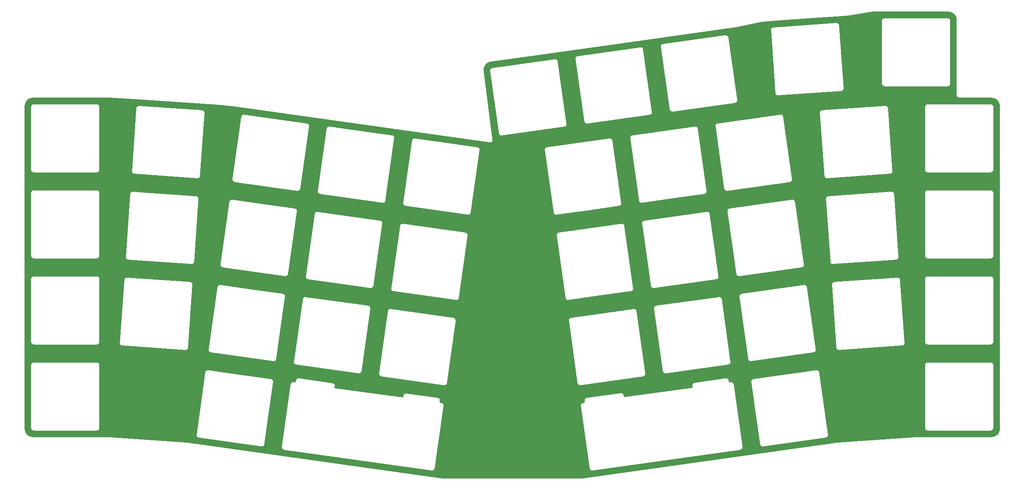
<source format=gbr>
G04 #@! TF.GenerationSoftware,KiCad,Pcbnew,(5.1.4)-1*
G04 #@! TF.CreationDate,2021-09-18T02:47:55-10:00*
G04 #@! TF.ProjectId,oya38split,6f796133-3873-4706-9c69-742e6b696361,rev?*
G04 #@! TF.SameCoordinates,Original*
G04 #@! TF.FileFunction,Copper,L2,Bot*
G04 #@! TF.FilePolarity,Positive*
%FSLAX46Y46*%
G04 Gerber Fmt 4.6, Leading zero omitted, Abs format (unit mm)*
G04 Created by KiCad (PCBNEW (5.1.4)-1) date 2021-09-18 02:47:55*
%MOMM*%
%LPD*%
G04 APERTURE LIST*
%ADD10C,0.254000*%
G04 APERTURE END LIST*
D10*
G36*
X252746210Y-29270886D02*
G01*
X253067210Y-29367801D01*
X253363275Y-29525221D01*
X253623123Y-29737149D01*
X253836858Y-29995510D01*
X253996338Y-30290464D01*
X254095494Y-30610782D01*
X254133750Y-30974762D01*
X254133751Y-47592571D01*
X254130557Y-47625000D01*
X254143300Y-47754383D01*
X254181040Y-47878793D01*
X254242325Y-47993450D01*
X254324802Y-48093948D01*
X254425300Y-48176425D01*
X254539957Y-48237710D01*
X254664367Y-48275450D01*
X254761331Y-48285000D01*
X254793750Y-48288193D01*
X254826169Y-48285000D01*
X261905221Y-48285000D01*
X262271210Y-48320886D01*
X262592210Y-48417801D01*
X262888275Y-48575221D01*
X263148123Y-48787149D01*
X263361858Y-49045510D01*
X263521338Y-49340464D01*
X263620494Y-49660782D01*
X263658750Y-50024762D01*
X263658751Y-121411461D01*
X263622864Y-121777460D01*
X263525948Y-122098462D01*
X263368529Y-122394525D01*
X263156601Y-122654373D01*
X262898242Y-122868106D01*
X262603286Y-123027588D01*
X262282969Y-123126743D01*
X261918979Y-123165000D01*
X245277973Y-123165000D01*
X245254828Y-123164351D01*
X245245591Y-123165000D01*
X245236331Y-123165000D01*
X245213278Y-123167271D01*
X228031321Y-124374554D01*
X228008404Y-124375505D01*
X227999017Y-124376824D01*
X227989556Y-124377489D01*
X227966933Y-124381333D01*
X171428185Y-132327335D01*
X140515573Y-132327335D01*
X92458978Y-125573423D01*
X104929915Y-125573423D01*
X104949973Y-125701875D01*
X104994705Y-125823945D01*
X105062392Y-125934944D01*
X105150434Y-126030605D01*
X105255446Y-126107250D01*
X105373392Y-126161938D01*
X105403514Y-126169239D01*
X105468084Y-126184890D01*
X105468089Y-126184891D01*
X105499743Y-126192563D01*
X105532285Y-126193913D01*
X138196446Y-130784561D01*
X138228103Y-130792234D01*
X138260649Y-130793584D01*
X138357999Y-130797622D01*
X138486451Y-130777564D01*
X138608521Y-130732832D01*
X138719520Y-130665145D01*
X138815181Y-130577103D01*
X138891826Y-130472091D01*
X138946514Y-130354144D01*
X138969466Y-130259453D01*
X138969467Y-130259445D01*
X138977139Y-130227794D01*
X138978489Y-130195252D01*
X140917889Y-116395697D01*
X140925562Y-116364041D01*
X140930949Y-116234145D01*
X171012800Y-116234145D01*
X171018188Y-116364041D01*
X171025862Y-116395701D01*
X172965263Y-130195262D01*
X172966612Y-130227794D01*
X172974282Y-130259437D01*
X172974284Y-130259453D01*
X172997236Y-130354144D01*
X173051924Y-130472091D01*
X173128569Y-130577103D01*
X173224230Y-130665145D01*
X173335229Y-130732832D01*
X173457299Y-130777564D01*
X173585751Y-130797622D01*
X173585752Y-130797622D01*
X173625907Y-130795956D01*
X173715648Y-130792234D01*
X173747309Y-130784560D01*
X206411477Y-126193912D01*
X206444008Y-126192563D01*
X206475652Y-126184893D01*
X206475667Y-126184891D01*
X206570358Y-126161939D01*
X206688305Y-126107252D01*
X206793317Y-126030606D01*
X206881358Y-125934945D01*
X206949046Y-125823946D01*
X206974503Y-125754474D01*
X206993778Y-125701875D01*
X207013836Y-125573423D01*
X207009798Y-125476074D01*
X207008448Y-125443527D01*
X207000775Y-125411871D01*
X205061375Y-111612323D01*
X205060025Y-111579773D01*
X205029399Y-111453423D01*
X204974712Y-111335476D01*
X204898066Y-111230464D01*
X204802405Y-111142423D01*
X204691406Y-111074735D01*
X204569336Y-111030004D01*
X204440884Y-111009946D01*
X204310988Y-111015334D01*
X204279328Y-111023008D01*
X203978454Y-111065293D01*
X203959673Y-110931650D01*
X208742013Y-110931650D01*
X208747401Y-111061546D01*
X208755075Y-111093207D01*
X210694476Y-124892768D01*
X210695825Y-124925300D01*
X210703495Y-124956944D01*
X210703497Y-124956959D01*
X210726449Y-125051650D01*
X210781137Y-125169597D01*
X210857782Y-125274609D01*
X210953443Y-125362651D01*
X211064442Y-125430338D01*
X211186512Y-125475070D01*
X211314964Y-125495128D01*
X211314965Y-125495128D01*
X211355120Y-125493462D01*
X211444861Y-125489740D01*
X211476522Y-125482066D01*
X225276084Y-123542665D01*
X225308615Y-123541316D01*
X225340259Y-123533646D01*
X225340274Y-123533644D01*
X225434965Y-123510692D01*
X225552912Y-123456004D01*
X225657924Y-123379359D01*
X225745966Y-123283698D01*
X225813653Y-123172699D01*
X225858385Y-123050629D01*
X225878443Y-122922177D01*
X225873055Y-122792280D01*
X225865381Y-122760621D01*
X223925981Y-108961067D01*
X223924631Y-108928526D01*
X223916959Y-108896872D01*
X223916958Y-108896867D01*
X223894006Y-108802175D01*
X223839318Y-108684229D01*
X223762673Y-108579217D01*
X223667012Y-108491175D01*
X223556013Y-108423488D01*
X223433943Y-108378756D01*
X223305491Y-108358698D01*
X223175595Y-108364086D01*
X223143936Y-108371760D01*
X209344383Y-110311160D01*
X209311841Y-110312510D01*
X209280187Y-110320182D01*
X209280182Y-110320183D01*
X209185490Y-110343135D01*
X209067544Y-110397823D01*
X208962532Y-110474468D01*
X208874490Y-110570129D01*
X208806803Y-110681128D01*
X208762071Y-110803198D01*
X208742013Y-110931650D01*
X203959673Y-110931650D01*
X203935125Y-110756986D01*
X203933775Y-110724444D01*
X203926103Y-110692790D01*
X203926102Y-110692785D01*
X203903150Y-110598094D01*
X203848463Y-110480147D01*
X203771817Y-110375135D01*
X203676156Y-110287093D01*
X203565157Y-110219406D01*
X203443087Y-110174674D01*
X203314635Y-110154616D01*
X203184739Y-110160004D01*
X203153080Y-110167678D01*
X196281691Y-111133388D01*
X196249149Y-111134738D01*
X196217495Y-111142410D01*
X196217490Y-111142411D01*
X196122798Y-111165363D01*
X196004852Y-111220051D01*
X195899840Y-111296696D01*
X195811798Y-111392357D01*
X195744111Y-111503356D01*
X195699379Y-111625426D01*
X195679321Y-111753878D01*
X195684709Y-111883774D01*
X195692383Y-111915434D01*
X195735711Y-112223735D01*
X180750478Y-114329771D01*
X180707150Y-114021472D01*
X180705800Y-113988923D01*
X180675174Y-113862573D01*
X180620487Y-113744626D01*
X180543841Y-113639614D01*
X180448180Y-113551572D01*
X180337182Y-113483885D01*
X180215111Y-113439153D01*
X180086660Y-113419095D01*
X180086659Y-113419095D01*
X179956763Y-113424483D01*
X179925104Y-113432157D01*
X172469457Y-114479978D01*
X172436915Y-114481328D01*
X172405262Y-114489000D01*
X172405256Y-114489001D01*
X172310565Y-114511953D01*
X172192618Y-114566640D01*
X172087606Y-114643286D01*
X171999564Y-114738947D01*
X171931877Y-114849946D01*
X171887145Y-114972016D01*
X171867087Y-115100468D01*
X171872475Y-115230364D01*
X171880149Y-115262024D01*
X171923478Y-115570326D01*
X171615170Y-115613655D01*
X171582628Y-115615005D01*
X171550974Y-115622677D01*
X171550969Y-115622678D01*
X171486399Y-115638329D01*
X171456277Y-115645630D01*
X171418914Y-115662954D01*
X171338331Y-115700317D01*
X171233319Y-115776963D01*
X171145277Y-115872624D01*
X171077590Y-115983623D01*
X171032858Y-116105693D01*
X171012800Y-116234145D01*
X140930949Y-116234145D01*
X140930950Y-116234144D01*
X140921041Y-116170690D01*
X140910892Y-116105693D01*
X140866160Y-115983623D01*
X140798473Y-115872624D01*
X140710431Y-115776963D01*
X140605419Y-115700317D01*
X140487472Y-115645630D01*
X140392781Y-115622678D01*
X140392775Y-115622677D01*
X140361122Y-115615005D01*
X140328580Y-115613655D01*
X140027700Y-115571369D01*
X140071029Y-115263065D01*
X140078702Y-115231408D01*
X140084090Y-115101511D01*
X140064032Y-114973059D01*
X140019300Y-114850989D01*
X139951613Y-114739990D01*
X139863571Y-114644329D01*
X139758559Y-114567683D01*
X139640613Y-114512996D01*
X139545921Y-114490044D01*
X139545903Y-114490041D01*
X139514262Y-114482372D01*
X139481730Y-114481023D01*
X132610330Y-113515312D01*
X132578672Y-113507639D01*
X132488931Y-113503917D01*
X132448776Y-113502251D01*
X132448775Y-113502251D01*
X132431426Y-113504960D01*
X132320324Y-113522309D01*
X132198254Y-113567041D01*
X132087255Y-113634728D01*
X131991594Y-113722770D01*
X131914948Y-113827782D01*
X131860261Y-113945729D01*
X131837309Y-114040420D01*
X131837308Y-114040426D01*
X131829636Y-114072079D01*
X131828286Y-114104621D01*
X131784957Y-114412926D01*
X116799725Y-112306891D01*
X116843054Y-111998589D01*
X116850727Y-111966930D01*
X116856115Y-111837033D01*
X116836057Y-111708581D01*
X116791325Y-111586511D01*
X116723638Y-111475512D01*
X116635596Y-111379851D01*
X116530584Y-111303206D01*
X116412638Y-111248518D01*
X116317946Y-111225566D01*
X116317929Y-111225564D01*
X116286286Y-111217894D01*
X116253756Y-111216545D01*
X108798097Y-110168721D01*
X108766439Y-110161047D01*
X108676699Y-110157325D01*
X108636543Y-110155659D01*
X108636542Y-110155659D01*
X108619193Y-110158368D01*
X108508091Y-110175717D01*
X108386021Y-110220449D01*
X108275022Y-110288136D01*
X108183996Y-110371912D01*
X108179361Y-110376178D01*
X108102715Y-110481190D01*
X108065352Y-110561773D01*
X108048512Y-110598094D01*
X108048028Y-110599137D01*
X108025076Y-110693828D01*
X108025075Y-110693833D01*
X108017403Y-110725487D01*
X108016053Y-110758029D01*
X107972724Y-111066336D01*
X107664423Y-111023008D01*
X107632763Y-111015334D01*
X107543022Y-111011612D01*
X107502867Y-111009946D01*
X107502866Y-111009946D01*
X107374414Y-111030004D01*
X107252344Y-111074736D01*
X107141345Y-111142423D01*
X107045684Y-111230465D01*
X106969039Y-111335477D01*
X106914351Y-111453424D01*
X106891399Y-111548115D01*
X106891397Y-111548130D01*
X106883727Y-111579774D01*
X106882378Y-111612306D01*
X104942977Y-125411867D01*
X104935303Y-125443527D01*
X104933953Y-125476074D01*
X104933953Y-125476075D01*
X104929915Y-125573423D01*
X92458978Y-125573423D01*
X83976856Y-124381339D01*
X83954194Y-124377488D01*
X83944716Y-124376822D01*
X83935345Y-124375505D01*
X83912465Y-124374556D01*
X66730474Y-123167271D01*
X66707419Y-123165000D01*
X66698158Y-123165000D01*
X66688921Y-123164351D01*
X66665776Y-123165000D01*
X50038529Y-123165000D01*
X49672540Y-123129114D01*
X49351538Y-123032198D01*
X49144617Y-122922176D01*
X86065307Y-122922176D01*
X86085365Y-123050628D01*
X86130097Y-123172698D01*
X86197784Y-123283697D01*
X86285826Y-123379358D01*
X86390838Y-123456003D01*
X86508784Y-123510691D01*
X86603476Y-123533643D01*
X86603481Y-123533644D01*
X86635135Y-123541316D01*
X86667677Y-123542666D01*
X100467230Y-125482066D01*
X100498889Y-125489740D01*
X100628785Y-125495128D01*
X100757237Y-125475070D01*
X100879307Y-125430338D01*
X100990306Y-125362651D01*
X101085967Y-125274609D01*
X101162612Y-125169597D01*
X101217300Y-125051651D01*
X101230049Y-124999052D01*
X101240252Y-124956959D01*
X101240253Y-124956954D01*
X101247925Y-124925300D01*
X101249275Y-124892759D01*
X103188675Y-111093205D01*
X103196349Y-111061546D01*
X103201737Y-110931649D01*
X103181679Y-110803197D01*
X103136947Y-110681127D01*
X103069260Y-110570128D01*
X102981218Y-110474467D01*
X102876206Y-110397822D01*
X102758259Y-110343134D01*
X102663568Y-110320182D01*
X102663553Y-110320180D01*
X102631909Y-110312510D01*
X102599378Y-110311161D01*
X95831968Y-109360064D01*
X126445769Y-109360064D01*
X126465827Y-109488516D01*
X126510559Y-109610586D01*
X126578246Y-109721585D01*
X126666288Y-109817246D01*
X126771300Y-109893891D01*
X126889246Y-109948579D01*
X126983938Y-109971531D01*
X126983943Y-109971532D01*
X127015597Y-109979204D01*
X127048139Y-109980554D01*
X140847692Y-111919954D01*
X140879351Y-111927628D01*
X141009247Y-111933016D01*
X141137699Y-111912958D01*
X141259769Y-111868226D01*
X141370768Y-111800539D01*
X141466429Y-111712497D01*
X141543074Y-111607485D01*
X141597762Y-111489539D01*
X141620714Y-111394847D01*
X141620715Y-111394842D01*
X141628387Y-111363188D01*
X141629737Y-111330647D01*
X143569137Y-97531093D01*
X143576811Y-97499434D01*
X143582199Y-97369537D01*
X168361552Y-97369537D01*
X168366940Y-97499433D01*
X168374614Y-97531093D01*
X170314015Y-111330655D01*
X170315364Y-111363187D01*
X170323034Y-111394830D01*
X170323036Y-111394846D01*
X170345988Y-111489537D01*
X170400676Y-111607484D01*
X170477321Y-111712496D01*
X170572982Y-111800538D01*
X170683981Y-111868225D01*
X170806051Y-111912957D01*
X170934503Y-111933015D01*
X170934504Y-111933015D01*
X170974660Y-111931349D01*
X171064400Y-111927627D01*
X171096061Y-111919953D01*
X184895623Y-109980553D01*
X184928154Y-109979204D01*
X184959798Y-109971534D01*
X184959813Y-109971532D01*
X185054505Y-109948580D01*
X185172451Y-109893892D01*
X185277463Y-109817247D01*
X185365505Y-109721586D01*
X185433192Y-109610587D01*
X185477924Y-109488517D01*
X185497982Y-109360065D01*
X185492594Y-109230168D01*
X185484920Y-109198509D01*
X183545520Y-95398955D01*
X183544170Y-95366414D01*
X183536498Y-95334761D01*
X183536497Y-95334755D01*
X183513545Y-95240063D01*
X183493808Y-95197496D01*
X183458858Y-95122117D01*
X183382212Y-95017105D01*
X183286551Y-94929063D01*
X183175552Y-94861376D01*
X183053482Y-94816644D01*
X182925030Y-94796586D01*
X182795134Y-94801974D01*
X182763475Y-94809648D01*
X168963922Y-96749047D01*
X168931380Y-96750397D01*
X168899726Y-96758069D01*
X168899721Y-96758070D01*
X168835151Y-96773721D01*
X168805029Y-96781022D01*
X168767666Y-96798346D01*
X168687083Y-96835709D01*
X168582071Y-96912355D01*
X168494029Y-97008016D01*
X168426342Y-97119015D01*
X168381610Y-97241085D01*
X168361552Y-97369537D01*
X143582199Y-97369537D01*
X143562141Y-97241085D01*
X143517409Y-97119015D01*
X143449722Y-97008016D01*
X143361680Y-96912355D01*
X143256668Y-96835710D01*
X143138721Y-96781022D01*
X143044030Y-96758070D01*
X143044015Y-96758068D01*
X143012371Y-96750398D01*
X142979840Y-96749049D01*
X129180278Y-94809648D01*
X129148617Y-94801974D01*
X129058876Y-94798252D01*
X129018721Y-94796586D01*
X129018720Y-94796586D01*
X128890268Y-94816644D01*
X128768198Y-94861376D01*
X128657199Y-94929063D01*
X128561538Y-95017105D01*
X128484893Y-95122117D01*
X128430205Y-95240064D01*
X128407253Y-95334755D01*
X128407251Y-95334770D01*
X128399581Y-95366414D01*
X128398232Y-95398946D01*
X126458831Y-109198507D01*
X126451157Y-109230168D01*
X126445769Y-109360064D01*
X95831968Y-109360064D01*
X88799816Y-108371760D01*
X88768155Y-108364086D01*
X88678414Y-108360364D01*
X88638259Y-108358698D01*
X88638258Y-108358698D01*
X88509806Y-108378756D01*
X88387736Y-108423488D01*
X88276737Y-108491175D01*
X88181076Y-108579217D01*
X88104431Y-108684229D01*
X88049743Y-108802176D01*
X88026791Y-108896867D01*
X88026789Y-108896882D01*
X88019119Y-108928526D01*
X88017770Y-108961058D01*
X86078369Y-122760619D01*
X86070695Y-122792280D01*
X86065307Y-122922176D01*
X49144617Y-122922176D01*
X49055475Y-122874779D01*
X48795627Y-122662851D01*
X48581894Y-122404492D01*
X48422412Y-122109536D01*
X48323257Y-121789219D01*
X48285000Y-121425229D01*
X48285000Y-107300000D01*
X49486807Y-107300000D01*
X49490001Y-107332429D01*
X49490000Y-121267581D01*
X49486807Y-121300000D01*
X49499550Y-121429383D01*
X49537290Y-121553793D01*
X49598575Y-121668450D01*
X49652937Y-121734690D01*
X49681052Y-121768948D01*
X49781550Y-121851425D01*
X49896207Y-121912710D01*
X50020617Y-121950450D01*
X50150000Y-121963193D01*
X50182419Y-121960000D01*
X64117581Y-121960000D01*
X64150000Y-121963193D01*
X64182419Y-121960000D01*
X64279383Y-121950450D01*
X64403793Y-121912710D01*
X64518450Y-121851425D01*
X64618948Y-121768948D01*
X64701425Y-121668450D01*
X64762710Y-121553793D01*
X64800450Y-121429383D01*
X64813193Y-121300000D01*
X64810000Y-121267581D01*
X64810000Y-107332419D01*
X64813193Y-107300000D01*
X64800450Y-107170617D01*
X64762710Y-107046207D01*
X64701425Y-106931550D01*
X64618948Y-106831052D01*
X64518450Y-106748575D01*
X64444068Y-106708817D01*
X107581162Y-106708817D01*
X107601220Y-106837269D01*
X107645952Y-106959339D01*
X107713639Y-107070338D01*
X107801681Y-107165999D01*
X107906693Y-107242644D01*
X108024639Y-107297332D01*
X108119331Y-107320284D01*
X108119336Y-107320285D01*
X108150990Y-107327957D01*
X108183532Y-107329307D01*
X121983085Y-109268707D01*
X122014744Y-109276381D01*
X122144640Y-109281769D01*
X122273092Y-109261711D01*
X122395162Y-109216979D01*
X122506161Y-109149292D01*
X122601822Y-109061250D01*
X122678467Y-108956238D01*
X122733155Y-108838292D01*
X122745904Y-108785693D01*
X122756107Y-108743600D01*
X122756108Y-108743595D01*
X122763780Y-108711941D01*
X122765130Y-108679400D01*
X124704530Y-94879846D01*
X124712204Y-94848187D01*
X124717591Y-94718291D01*
X187226158Y-94718291D01*
X187231546Y-94848187D01*
X187239220Y-94879848D01*
X189178621Y-108679409D01*
X189179970Y-108711941D01*
X189187640Y-108743585D01*
X189187642Y-108743600D01*
X189210594Y-108838291D01*
X189265282Y-108956238D01*
X189341927Y-109061250D01*
X189437588Y-109149292D01*
X189548587Y-109216979D01*
X189670657Y-109261711D01*
X189799109Y-109281769D01*
X189799110Y-109281769D01*
X189839265Y-109280103D01*
X189929006Y-109276381D01*
X189960667Y-109268707D01*
X203760229Y-107329306D01*
X203792760Y-107327957D01*
X203824404Y-107320287D01*
X203824419Y-107320285D01*
X203908106Y-107300000D01*
X247130557Y-107300000D01*
X247133751Y-107332429D01*
X247133750Y-121267581D01*
X247130557Y-121300000D01*
X247143300Y-121429383D01*
X247181040Y-121553793D01*
X247242325Y-121668450D01*
X247296687Y-121734690D01*
X247324802Y-121768948D01*
X247425300Y-121851425D01*
X247539957Y-121912710D01*
X247664367Y-121950450D01*
X247793750Y-121963193D01*
X247826169Y-121960000D01*
X261761331Y-121960000D01*
X261793750Y-121963193D01*
X261826169Y-121960000D01*
X261923133Y-121950450D01*
X262047543Y-121912710D01*
X262162200Y-121851425D01*
X262262698Y-121768948D01*
X262345175Y-121668450D01*
X262406460Y-121553793D01*
X262444200Y-121429383D01*
X262456943Y-121300000D01*
X262453750Y-121267581D01*
X262453750Y-107332419D01*
X262456943Y-107300000D01*
X262444200Y-107170617D01*
X262406460Y-107046207D01*
X262345175Y-106931550D01*
X262262698Y-106831052D01*
X262162200Y-106748575D01*
X262047543Y-106687290D01*
X261923133Y-106649550D01*
X261826169Y-106640000D01*
X261793750Y-106636807D01*
X261761331Y-106640000D01*
X247826169Y-106640000D01*
X247793750Y-106636807D01*
X247761331Y-106640000D01*
X247664367Y-106649550D01*
X247539957Y-106687290D01*
X247425300Y-106748575D01*
X247324802Y-106831052D01*
X247242325Y-106931550D01*
X247181040Y-107046207D01*
X247143300Y-107170617D01*
X247130557Y-107300000D01*
X203908106Y-107300000D01*
X203919110Y-107297333D01*
X204037057Y-107242645D01*
X204142069Y-107166000D01*
X204230111Y-107070339D01*
X204297798Y-106959340D01*
X204342530Y-106837270D01*
X204362588Y-106708818D01*
X204357200Y-106578921D01*
X204349526Y-106547262D01*
X202410126Y-92747708D01*
X202408776Y-92715167D01*
X202401104Y-92683513D01*
X202401103Y-92683508D01*
X202378151Y-92588816D01*
X202323463Y-92470870D01*
X202246818Y-92365858D01*
X202151157Y-92277816D01*
X202040158Y-92210129D01*
X201918088Y-92165397D01*
X201789636Y-92145339D01*
X201659740Y-92150727D01*
X201628081Y-92158401D01*
X187828528Y-94097801D01*
X187795986Y-94099151D01*
X187764332Y-94106823D01*
X187764327Y-94106824D01*
X187669635Y-94129776D01*
X187551689Y-94184464D01*
X187446677Y-94261109D01*
X187358635Y-94356770D01*
X187290948Y-94467769D01*
X187246216Y-94589839D01*
X187226158Y-94718291D01*
X124717591Y-94718291D01*
X124717592Y-94718290D01*
X124697534Y-94589838D01*
X124652802Y-94467768D01*
X124585115Y-94356769D01*
X124497073Y-94261108D01*
X124392061Y-94184463D01*
X124274114Y-94129775D01*
X124179423Y-94106823D01*
X124179408Y-94106821D01*
X124147764Y-94099151D01*
X124115233Y-94097802D01*
X110315671Y-92158401D01*
X110284010Y-92150727D01*
X110194269Y-92147005D01*
X110154114Y-92145339D01*
X110154113Y-92145339D01*
X110025661Y-92165397D01*
X109903591Y-92210129D01*
X109792592Y-92277816D01*
X109696931Y-92365858D01*
X109620286Y-92470870D01*
X109565598Y-92588817D01*
X109542646Y-92683508D01*
X109542644Y-92683523D01*
X109534974Y-92715167D01*
X109533625Y-92747699D01*
X107594224Y-106547260D01*
X107586550Y-106578921D01*
X107581162Y-106708817D01*
X64444068Y-106708817D01*
X64403793Y-106687290D01*
X64279383Y-106649550D01*
X64182419Y-106640000D01*
X64150000Y-106636807D01*
X64117581Y-106640000D01*
X50182419Y-106640000D01*
X50150000Y-106636807D01*
X50117581Y-106640000D01*
X50020617Y-106649550D01*
X49896207Y-106687290D01*
X49781550Y-106748575D01*
X49681052Y-106831052D01*
X49598575Y-106931550D01*
X49537290Y-107046207D01*
X49499550Y-107170617D01*
X49486807Y-107300000D01*
X48285000Y-107300000D01*
X48285000Y-88250000D01*
X49486807Y-88250000D01*
X49490001Y-88282429D01*
X49490000Y-102217581D01*
X49486807Y-102250000D01*
X49499550Y-102379383D01*
X49537290Y-102503793D01*
X49598575Y-102618450D01*
X49681052Y-102718948D01*
X49781550Y-102801425D01*
X49896207Y-102862710D01*
X50020617Y-102900450D01*
X50150000Y-102913193D01*
X50182419Y-102910000D01*
X64117581Y-102910000D01*
X64150000Y-102913193D01*
X64182419Y-102910000D01*
X64279383Y-102900450D01*
X64403793Y-102862710D01*
X64518450Y-102801425D01*
X64618948Y-102718948D01*
X64701425Y-102618450D01*
X64762710Y-102503793D01*
X64780321Y-102445736D01*
X69119568Y-102445736D01*
X69120492Y-102478298D01*
X69120492Y-102478299D01*
X69123255Y-102575692D01*
X69152224Y-102702432D01*
X69205362Y-102821084D01*
X69280628Y-102927091D01*
X69375128Y-103016377D01*
X69485230Y-103085511D01*
X69606705Y-103131838D01*
X69734883Y-103153575D01*
X69767449Y-103152651D01*
X83668660Y-104124719D01*
X83700780Y-104130166D01*
X83830736Y-104126479D01*
X83957476Y-104097510D01*
X84046660Y-104057569D01*
X88716556Y-104057569D01*
X88736614Y-104186021D01*
X88781346Y-104308091D01*
X88849033Y-104419090D01*
X88937075Y-104514751D01*
X89042087Y-104591396D01*
X89160033Y-104646084D01*
X89254725Y-104669036D01*
X89254730Y-104669037D01*
X89286384Y-104676709D01*
X89318926Y-104678059D01*
X103118479Y-106617459D01*
X103150138Y-106625133D01*
X103280034Y-106630521D01*
X103408486Y-106610463D01*
X103530556Y-106565731D01*
X103641555Y-106498044D01*
X103737216Y-106410002D01*
X103813861Y-106304990D01*
X103868549Y-106187044D01*
X103881298Y-106134445D01*
X103891501Y-106092352D01*
X103891502Y-106092347D01*
X103899174Y-106060693D01*
X103900524Y-106028152D01*
X105839924Y-92228598D01*
X105847598Y-92196939D01*
X105852986Y-92067042D01*
X105832928Y-91938590D01*
X105788196Y-91816520D01*
X105720509Y-91705521D01*
X105632467Y-91609860D01*
X105527455Y-91533215D01*
X105409508Y-91478527D01*
X105314817Y-91455575D01*
X105314802Y-91455573D01*
X105283158Y-91447903D01*
X105250627Y-91446554D01*
X98483210Y-90495456D01*
X129097015Y-90495456D01*
X129117073Y-90623908D01*
X129161805Y-90745978D01*
X129229492Y-90856977D01*
X129317534Y-90952638D01*
X129422546Y-91029283D01*
X129540492Y-91083971D01*
X129635184Y-91106923D01*
X129635189Y-91106924D01*
X129666843Y-91114596D01*
X129699385Y-91115946D01*
X143498938Y-93055346D01*
X143530597Y-93063020D01*
X143660493Y-93068408D01*
X143788945Y-93048350D01*
X143911015Y-93003618D01*
X144022014Y-92935931D01*
X144117675Y-92847889D01*
X144194320Y-92742877D01*
X144249008Y-92624931D01*
X144271960Y-92530239D01*
X144271961Y-92530234D01*
X144279633Y-92498580D01*
X144280983Y-92466039D01*
X146220383Y-78666485D01*
X146228057Y-78634826D01*
X146233445Y-78504929D01*
X165710306Y-78504929D01*
X165715694Y-78634825D01*
X165723368Y-78666485D01*
X167662769Y-92466047D01*
X167664118Y-92498579D01*
X167671788Y-92530222D01*
X167671790Y-92530238D01*
X167694742Y-92624929D01*
X167749430Y-92742876D01*
X167826075Y-92847888D01*
X167921736Y-92935930D01*
X168032735Y-93003617D01*
X168154805Y-93048349D01*
X168283257Y-93068407D01*
X168283258Y-93068407D01*
X168323413Y-93066741D01*
X168413154Y-93063019D01*
X168444815Y-93055345D01*
X175476956Y-92067043D01*
X206090765Y-92067043D01*
X206096153Y-92196939D01*
X206103827Y-92228600D01*
X208043228Y-106028161D01*
X208044577Y-106060693D01*
X208052247Y-106092337D01*
X208052249Y-106092352D01*
X208075201Y-106187043D01*
X208129889Y-106304990D01*
X208206534Y-106410002D01*
X208302195Y-106498044D01*
X208413194Y-106565731D01*
X208535264Y-106610463D01*
X208663716Y-106630521D01*
X208663717Y-106630521D01*
X208703872Y-106628855D01*
X208793613Y-106625133D01*
X208825274Y-106617459D01*
X222624836Y-104678058D01*
X222657367Y-104676709D01*
X222689011Y-104669039D01*
X222689026Y-104669037D01*
X222783717Y-104646085D01*
X222901664Y-104591397D01*
X223006676Y-104514752D01*
X223094718Y-104419091D01*
X223162405Y-104308092D01*
X223207137Y-104186022D01*
X223227195Y-104057570D01*
X223221807Y-103927673D01*
X223214133Y-103896014D01*
X221274733Y-90096460D01*
X221273383Y-90063919D01*
X221265711Y-90032265D01*
X221265710Y-90032260D01*
X221242758Y-89937568D01*
X221188070Y-89819622D01*
X221111425Y-89714610D01*
X221015764Y-89626568D01*
X220904765Y-89558881D01*
X220877676Y-89548954D01*
X226558540Y-89548954D01*
X226563987Y-89581074D01*
X227536055Y-103482295D01*
X227535131Y-103514851D01*
X227540577Y-103546963D01*
X227540577Y-103546967D01*
X227556867Y-103643029D01*
X227603194Y-103764503D01*
X227672328Y-103874606D01*
X227761614Y-103969106D01*
X227867620Y-104044372D01*
X227941023Y-104077245D01*
X227986274Y-104097510D01*
X228084044Y-104119857D01*
X228113013Y-104126479D01*
X228242969Y-104130166D01*
X228275086Y-104124719D01*
X242176310Y-103152651D01*
X242208866Y-103153575D01*
X242240975Y-103148130D01*
X242240983Y-103148129D01*
X242337045Y-103131839D01*
X242458519Y-103085512D01*
X242568622Y-103016378D01*
X242663122Y-102927092D01*
X242738388Y-102821086D01*
X242791525Y-102702433D01*
X242791526Y-102702431D01*
X242820495Y-102575692D01*
X242823258Y-102478298D01*
X242824182Y-102445737D01*
X242818735Y-102413620D01*
X241846667Y-88512405D01*
X241847591Y-88479840D01*
X241839601Y-88432724D01*
X241825854Y-88351661D01*
X241787084Y-88250000D01*
X247130557Y-88250000D01*
X247133751Y-88282429D01*
X247133750Y-102217581D01*
X247130557Y-102250000D01*
X247143300Y-102379383D01*
X247181040Y-102503793D01*
X247242325Y-102618450D01*
X247324802Y-102718948D01*
X247425300Y-102801425D01*
X247539957Y-102862710D01*
X247664367Y-102900450D01*
X247793750Y-102913193D01*
X247826169Y-102910000D01*
X261761331Y-102910000D01*
X261793750Y-102913193D01*
X261826169Y-102910000D01*
X261923133Y-102900450D01*
X262047543Y-102862710D01*
X262162200Y-102801425D01*
X262262698Y-102718948D01*
X262345175Y-102618450D01*
X262406460Y-102503793D01*
X262444200Y-102379383D01*
X262456943Y-102250000D01*
X262453750Y-102217581D01*
X262453750Y-88282419D01*
X262456943Y-88250000D01*
X262444200Y-88120617D01*
X262406460Y-87996207D01*
X262345175Y-87881550D01*
X262262698Y-87781052D01*
X262162200Y-87698575D01*
X262047543Y-87637290D01*
X261923133Y-87599550D01*
X261826169Y-87590000D01*
X261793750Y-87586807D01*
X261761331Y-87590000D01*
X247826169Y-87590000D01*
X247793750Y-87586807D01*
X247761331Y-87590000D01*
X247664367Y-87599550D01*
X247539957Y-87637290D01*
X247425300Y-87698575D01*
X247324802Y-87781052D01*
X247242325Y-87881550D01*
X247181040Y-87996207D01*
X247143300Y-88120617D01*
X247130557Y-88250000D01*
X241787084Y-88250000D01*
X241779527Y-88230186D01*
X241710393Y-88120084D01*
X241621107Y-88025584D01*
X241515100Y-87950318D01*
X241396448Y-87897180D01*
X241269708Y-87868211D01*
X241139752Y-87864524D01*
X241107632Y-87869971D01*
X227206421Y-88842039D01*
X227173855Y-88841115D01*
X227046514Y-88862710D01*
X227045677Y-88862852D01*
X226924202Y-88909179D01*
X226814100Y-88978313D01*
X226719600Y-89067599D01*
X226644334Y-89173606D01*
X226591196Y-89292258D01*
X226562227Y-89418998D01*
X226558540Y-89548954D01*
X220877676Y-89548954D01*
X220782695Y-89514149D01*
X220654243Y-89494091D01*
X220524347Y-89499479D01*
X220492688Y-89507153D01*
X206693135Y-91446553D01*
X206660593Y-91447903D01*
X206628939Y-91455575D01*
X206628934Y-91455576D01*
X206534242Y-91478528D01*
X206416296Y-91533216D01*
X206311284Y-91609861D01*
X206223242Y-91705522D01*
X206155555Y-91816521D01*
X206110823Y-91938591D01*
X206090765Y-92067043D01*
X175476956Y-92067043D01*
X182244377Y-91115945D01*
X182276908Y-91114596D01*
X182308552Y-91106926D01*
X182308567Y-91106924D01*
X182403259Y-91083972D01*
X182521205Y-91029284D01*
X182626217Y-90952639D01*
X182714259Y-90856978D01*
X182781946Y-90745979D01*
X182826678Y-90623909D01*
X182846736Y-90495457D01*
X182841348Y-90365560D01*
X182833674Y-90333901D01*
X180894274Y-76534347D01*
X180892924Y-76501806D01*
X180885252Y-76470153D01*
X180885251Y-76470147D01*
X180862299Y-76375455D01*
X180842562Y-76332888D01*
X180807612Y-76257509D01*
X180730966Y-76152497D01*
X180635305Y-76064455D01*
X180524306Y-75996768D01*
X180402236Y-75952036D01*
X180273784Y-75931978D01*
X180143888Y-75937366D01*
X180112229Y-75945040D01*
X166312676Y-77884439D01*
X166280134Y-77885789D01*
X166248480Y-77893461D01*
X166248475Y-77893462D01*
X166183905Y-77909113D01*
X166153783Y-77916414D01*
X166116420Y-77933738D01*
X166035837Y-77971101D01*
X165930825Y-78047747D01*
X165842783Y-78143408D01*
X165775096Y-78254407D01*
X165730364Y-78376477D01*
X165710306Y-78504929D01*
X146233445Y-78504929D01*
X146213387Y-78376477D01*
X146168655Y-78254407D01*
X146100968Y-78143408D01*
X146012926Y-78047747D01*
X145907914Y-77971102D01*
X145789967Y-77916414D01*
X145695276Y-77893462D01*
X145695261Y-77893460D01*
X145663617Y-77885790D01*
X145631086Y-77884441D01*
X131831524Y-75945040D01*
X131799863Y-75937366D01*
X131710122Y-75933644D01*
X131669967Y-75931978D01*
X131669966Y-75931978D01*
X131541514Y-75952036D01*
X131419444Y-75996768D01*
X131308445Y-76064455D01*
X131212784Y-76152497D01*
X131136139Y-76257509D01*
X131081451Y-76375456D01*
X131058499Y-76470147D01*
X131058497Y-76470162D01*
X131050827Y-76501806D01*
X131049478Y-76534338D01*
X129110077Y-90333899D01*
X129102403Y-90365560D01*
X129097015Y-90495456D01*
X98483210Y-90495456D01*
X91451065Y-89507153D01*
X91419404Y-89499479D01*
X91329664Y-89495757D01*
X91289508Y-89494091D01*
X91289507Y-89494091D01*
X91161055Y-89514149D01*
X91038985Y-89558881D01*
X90927986Y-89626568D01*
X90832325Y-89714610D01*
X90755680Y-89819622D01*
X90700992Y-89937569D01*
X90678040Y-90032260D01*
X90678038Y-90032275D01*
X90670368Y-90063919D01*
X90669019Y-90096451D01*
X88729618Y-103896012D01*
X88721944Y-103927673D01*
X88716556Y-104057569D01*
X84046660Y-104057569D01*
X84076128Y-104044372D01*
X84182135Y-103969106D01*
X84271421Y-103874606D01*
X84340555Y-103764504D01*
X84386882Y-103643029D01*
X84403172Y-103546968D01*
X84403172Y-103546967D01*
X84408619Y-103514850D01*
X84407695Y-103482285D01*
X85379763Y-89581070D01*
X85385210Y-89548953D01*
X85381523Y-89418997D01*
X85360781Y-89328252D01*
X85352554Y-89292259D01*
X85314272Y-89206778D01*
X85299416Y-89173604D01*
X85224150Y-89067598D01*
X85129650Y-88978312D01*
X85019547Y-88909178D01*
X84898073Y-88862851D01*
X84802011Y-88846561D01*
X84802003Y-88846560D01*
X84769894Y-88841115D01*
X84737338Y-88842039D01*
X70836114Y-87869971D01*
X70803997Y-87864524D01*
X70674041Y-87868211D01*
X70645072Y-87874833D01*
X70547302Y-87897180D01*
X70502051Y-87917445D01*
X70428648Y-87950318D01*
X70322642Y-88025584D01*
X70233356Y-88120084D01*
X70164222Y-88230187D01*
X70117895Y-88351661D01*
X70101605Y-88447723D01*
X70096159Y-88479839D01*
X70097083Y-88512395D01*
X69125015Y-102413616D01*
X69119568Y-102445736D01*
X64780321Y-102445736D01*
X64800450Y-102379383D01*
X64813193Y-102250000D01*
X64810000Y-102217581D01*
X64810000Y-88282419D01*
X64813193Y-88250000D01*
X64800450Y-88120617D01*
X64762710Y-87996207D01*
X64701425Y-87881550D01*
X64670780Y-87844209D01*
X110232408Y-87844209D01*
X110252466Y-87972661D01*
X110297198Y-88094731D01*
X110364885Y-88205730D01*
X110452927Y-88301391D01*
X110557939Y-88378036D01*
X110675885Y-88432724D01*
X110770577Y-88455676D01*
X110770582Y-88455677D01*
X110802236Y-88463349D01*
X110834778Y-88464699D01*
X124634331Y-90404099D01*
X124665990Y-90411773D01*
X124795886Y-90417161D01*
X124924338Y-90397103D01*
X125046408Y-90352371D01*
X125157407Y-90284684D01*
X125253068Y-90196642D01*
X125329713Y-90091630D01*
X125384401Y-89973684D01*
X125400150Y-89908709D01*
X125407353Y-89878992D01*
X125407354Y-89878987D01*
X125415026Y-89847333D01*
X125416376Y-89814792D01*
X127355776Y-76015238D01*
X127363450Y-75983579D01*
X127368837Y-75853683D01*
X184574912Y-75853683D01*
X184580300Y-75983579D01*
X184587974Y-76015240D01*
X186527375Y-89814801D01*
X186528724Y-89847333D01*
X186536394Y-89878977D01*
X186536396Y-89878992D01*
X186559348Y-89973683D01*
X186614036Y-90091630D01*
X186690681Y-90196642D01*
X186786342Y-90284684D01*
X186897341Y-90352371D01*
X187019411Y-90397103D01*
X187147863Y-90417161D01*
X187147864Y-90417161D01*
X187188019Y-90415495D01*
X187277760Y-90411773D01*
X187309421Y-90404099D01*
X201108983Y-88464698D01*
X201141514Y-88463349D01*
X201173158Y-88455679D01*
X201173173Y-88455677D01*
X201267864Y-88432725D01*
X201385811Y-88378037D01*
X201490823Y-88301392D01*
X201578865Y-88205731D01*
X201646552Y-88094732D01*
X201691284Y-87972662D01*
X201711342Y-87844210D01*
X201705954Y-87714313D01*
X201698280Y-87682654D01*
X199758880Y-73883100D01*
X199757530Y-73850559D01*
X199749858Y-73818905D01*
X199749857Y-73818900D01*
X199726905Y-73724208D01*
X199672217Y-73606262D01*
X199595572Y-73501250D01*
X199499911Y-73413208D01*
X199388912Y-73345521D01*
X199266842Y-73300789D01*
X199138390Y-73280731D01*
X199008494Y-73286119D01*
X198976835Y-73293793D01*
X185177282Y-75233193D01*
X185144740Y-75234543D01*
X185113086Y-75242215D01*
X185113081Y-75242216D01*
X185018389Y-75265168D01*
X184900443Y-75319856D01*
X184795431Y-75396501D01*
X184707389Y-75492162D01*
X184639702Y-75603161D01*
X184594970Y-75725231D01*
X184574912Y-75853683D01*
X127368837Y-75853683D01*
X127368838Y-75853682D01*
X127348780Y-75725230D01*
X127304048Y-75603160D01*
X127236361Y-75492161D01*
X127148319Y-75396500D01*
X127043307Y-75319855D01*
X126925360Y-75265167D01*
X126830669Y-75242215D01*
X126830654Y-75242213D01*
X126799010Y-75234543D01*
X126766479Y-75233194D01*
X112966917Y-73293793D01*
X112935256Y-73286119D01*
X112845515Y-73282397D01*
X112805360Y-73280731D01*
X112805359Y-73280731D01*
X112676907Y-73300789D01*
X112554837Y-73345521D01*
X112443838Y-73413208D01*
X112348177Y-73501250D01*
X112271532Y-73606262D01*
X112216844Y-73724209D01*
X112193892Y-73818900D01*
X112193890Y-73818915D01*
X112186220Y-73850559D01*
X112184871Y-73883091D01*
X110245470Y-87682652D01*
X110237796Y-87714313D01*
X110232408Y-87844209D01*
X64670780Y-87844209D01*
X64618948Y-87781052D01*
X64518450Y-87698575D01*
X64403793Y-87637290D01*
X64279383Y-87599550D01*
X64182419Y-87590000D01*
X64150000Y-87586807D01*
X64117581Y-87590000D01*
X50182419Y-87590000D01*
X50150000Y-87586807D01*
X50117581Y-87590000D01*
X50020617Y-87599550D01*
X49896207Y-87637290D01*
X49781550Y-87698575D01*
X49681052Y-87781052D01*
X49598575Y-87881550D01*
X49537290Y-87996207D01*
X49499550Y-88120617D01*
X49486807Y-88250000D01*
X48285000Y-88250000D01*
X48285000Y-85192961D01*
X91367802Y-85192961D01*
X91387860Y-85321413D01*
X91432592Y-85443483D01*
X91500279Y-85554482D01*
X91588321Y-85650143D01*
X91693333Y-85726788D01*
X91811279Y-85781476D01*
X91905971Y-85804428D01*
X91905976Y-85804429D01*
X91937630Y-85812101D01*
X91970172Y-85813451D01*
X105769725Y-87752851D01*
X105801384Y-87760525D01*
X105931280Y-87765913D01*
X106059732Y-87745855D01*
X106181802Y-87701123D01*
X106292801Y-87633436D01*
X106388462Y-87545394D01*
X106465107Y-87440382D01*
X106519795Y-87322436D01*
X106532544Y-87269837D01*
X106542747Y-87227744D01*
X106542748Y-87227739D01*
X106550420Y-87196085D01*
X106551770Y-87163544D01*
X108491170Y-73363990D01*
X108498844Y-73332331D01*
X108504232Y-73202434D01*
X108484174Y-73073982D01*
X108439442Y-72951912D01*
X108371755Y-72840913D01*
X108283713Y-72745252D01*
X108178701Y-72668607D01*
X108060754Y-72613919D01*
X107966063Y-72590967D01*
X107966048Y-72590965D01*
X107934404Y-72583295D01*
X107901873Y-72581946D01*
X101134470Y-71630850D01*
X131748263Y-71630850D01*
X131768321Y-71759302D01*
X131813053Y-71881372D01*
X131880740Y-71992371D01*
X131968782Y-72088032D01*
X132073794Y-72164677D01*
X132191740Y-72219365D01*
X132286432Y-72242317D01*
X132286437Y-72242318D01*
X132318091Y-72249990D01*
X132350633Y-72251340D01*
X146150186Y-74190740D01*
X146181845Y-74198414D01*
X146311741Y-74203802D01*
X146440193Y-74183744D01*
X146562263Y-74139012D01*
X146673262Y-74071325D01*
X146768923Y-73983283D01*
X146845568Y-73878271D01*
X146900256Y-73760325D01*
X146923208Y-73665633D01*
X146923209Y-73665628D01*
X146930881Y-73633974D01*
X146932231Y-73601433D01*
X148871631Y-59801879D01*
X148879305Y-59770220D01*
X148884693Y-59640323D01*
X163059058Y-59640323D01*
X163064446Y-59770219D01*
X163072120Y-59801879D01*
X165011521Y-73601441D01*
X165012870Y-73633973D01*
X165020540Y-73665616D01*
X165020542Y-73665632D01*
X165043494Y-73760323D01*
X165098182Y-73878270D01*
X165174827Y-73983282D01*
X165270488Y-74071324D01*
X165381487Y-74139011D01*
X165503557Y-74183743D01*
X165632009Y-74203801D01*
X165632010Y-74203801D01*
X165672165Y-74202135D01*
X165761906Y-74198413D01*
X165793567Y-74190739D01*
X172825722Y-73202435D01*
X203439519Y-73202435D01*
X203444907Y-73332331D01*
X203452581Y-73363992D01*
X205391982Y-87163553D01*
X205393331Y-87196085D01*
X205401001Y-87227729D01*
X205401003Y-87227744D01*
X205423955Y-87322435D01*
X205478643Y-87440382D01*
X205555288Y-87545394D01*
X205650949Y-87633436D01*
X205761948Y-87701123D01*
X205884018Y-87745855D01*
X206012470Y-87765913D01*
X206012471Y-87765913D01*
X206052626Y-87764247D01*
X206142367Y-87760525D01*
X206174028Y-87752851D01*
X219973590Y-85813450D01*
X220006121Y-85812101D01*
X220037765Y-85804431D01*
X220037780Y-85804429D01*
X220132471Y-85781477D01*
X220250418Y-85726789D01*
X220355430Y-85650144D01*
X220443472Y-85554483D01*
X220511159Y-85443484D01*
X220555891Y-85321414D01*
X220575949Y-85192962D01*
X220570561Y-85063065D01*
X220562887Y-85031406D01*
X218623487Y-71231852D01*
X218622137Y-71199311D01*
X218614465Y-71167657D01*
X218614464Y-71167652D01*
X218591512Y-71072960D01*
X218536824Y-70955014D01*
X218460179Y-70850002D01*
X218364518Y-70761960D01*
X218253519Y-70694273D01*
X218131449Y-70649541D01*
X218002997Y-70629483D01*
X217873101Y-70634871D01*
X217841442Y-70642545D01*
X204041889Y-72581945D01*
X204009347Y-72583295D01*
X203977693Y-72590967D01*
X203977688Y-72590968D01*
X203882996Y-72613920D01*
X203765050Y-72668608D01*
X203660038Y-72745253D01*
X203571996Y-72840914D01*
X203504309Y-72951913D01*
X203459577Y-73073983D01*
X203439519Y-73202435D01*
X172825722Y-73202435D01*
X179593129Y-72251339D01*
X179625660Y-72249990D01*
X179657304Y-72242320D01*
X179657319Y-72242318D01*
X179752011Y-72219366D01*
X179869957Y-72164678D01*
X179974969Y-72088033D01*
X180063011Y-71992372D01*
X180130698Y-71881373D01*
X180175430Y-71759303D01*
X180195488Y-71630851D01*
X180190100Y-71500954D01*
X180182426Y-71469295D01*
X178243026Y-57669741D01*
X178241676Y-57637200D01*
X178234004Y-57605547D01*
X178234003Y-57605541D01*
X178211051Y-57510849D01*
X178191314Y-57468282D01*
X178156364Y-57392903D01*
X178079718Y-57287891D01*
X177984057Y-57199849D01*
X177873058Y-57132162D01*
X177750988Y-57087430D01*
X177622536Y-57067372D01*
X177492640Y-57072760D01*
X177460981Y-57080434D01*
X163661428Y-59019833D01*
X163628886Y-59021183D01*
X163597232Y-59028855D01*
X163597227Y-59028856D01*
X163532657Y-59044507D01*
X163502535Y-59051808D01*
X163465172Y-59069132D01*
X163384589Y-59106495D01*
X163279577Y-59183141D01*
X163191535Y-59278802D01*
X163123848Y-59389801D01*
X163079116Y-59511871D01*
X163059058Y-59640323D01*
X148884693Y-59640323D01*
X148864635Y-59511871D01*
X148819903Y-59389801D01*
X148752216Y-59278802D01*
X148664174Y-59183141D01*
X148559162Y-59106496D01*
X148441215Y-59051808D01*
X148346524Y-59028856D01*
X148346509Y-59028854D01*
X148314865Y-59021184D01*
X148282334Y-59019835D01*
X134482772Y-57080434D01*
X134451111Y-57072760D01*
X134361370Y-57069038D01*
X134321215Y-57067372D01*
X134321214Y-57067372D01*
X134192762Y-57087430D01*
X134070692Y-57132162D01*
X133959693Y-57199849D01*
X133864032Y-57287891D01*
X133787387Y-57392903D01*
X133732699Y-57510850D01*
X133709747Y-57605541D01*
X133709745Y-57605556D01*
X133702075Y-57637200D01*
X133700726Y-57669732D01*
X131761325Y-71469293D01*
X131753651Y-71500954D01*
X131748263Y-71630850D01*
X101134470Y-71630850D01*
X94102311Y-70642545D01*
X94070650Y-70634871D01*
X93980909Y-70631149D01*
X93940754Y-70629483D01*
X93940753Y-70629483D01*
X93812301Y-70649541D01*
X93690231Y-70694273D01*
X93579232Y-70761960D01*
X93483571Y-70850002D01*
X93406926Y-70955014D01*
X93352238Y-71072961D01*
X93329286Y-71167652D01*
X93329284Y-71167667D01*
X93321614Y-71199311D01*
X93320265Y-71231843D01*
X91380864Y-85031404D01*
X91373190Y-85063065D01*
X91367802Y-85192961D01*
X48285000Y-85192961D01*
X48285000Y-69200000D01*
X49486807Y-69200000D01*
X49490001Y-69232429D01*
X49490000Y-83167581D01*
X49486807Y-83200000D01*
X49499550Y-83329383D01*
X49537290Y-83453793D01*
X49598575Y-83568450D01*
X49676042Y-83662843D01*
X49681052Y-83668948D01*
X49781550Y-83751425D01*
X49896207Y-83812710D01*
X50020617Y-83850450D01*
X50150000Y-83863193D01*
X50182419Y-83860000D01*
X64117581Y-83860000D01*
X64150000Y-83863193D01*
X64182419Y-83860000D01*
X64279383Y-83850450D01*
X64403793Y-83812710D01*
X64518450Y-83751425D01*
X64618948Y-83668948D01*
X64701425Y-83568450D01*
X64762710Y-83453793D01*
X64766244Y-83442141D01*
X70448429Y-83442141D01*
X70449353Y-83474703D01*
X70449353Y-83474704D01*
X70452116Y-83572097D01*
X70481085Y-83698837D01*
X70534223Y-83817489D01*
X70609489Y-83923496D01*
X70703989Y-84012782D01*
X70814091Y-84081916D01*
X70935566Y-84128243D01*
X71063744Y-84149980D01*
X71096310Y-84149056D01*
X84997521Y-85121124D01*
X85029641Y-85126571D01*
X85159597Y-85122884D01*
X85286337Y-85093915D01*
X85404989Y-85040777D01*
X85510996Y-84965511D01*
X85600282Y-84871011D01*
X85669416Y-84760909D01*
X85715743Y-84639434D01*
X85732033Y-84543373D01*
X85732033Y-84543372D01*
X85737480Y-84511255D01*
X85736556Y-84478690D01*
X86708624Y-70577475D01*
X86714071Y-70545358D01*
X86710384Y-70415402D01*
X86688350Y-70319004D01*
X86681415Y-70288664D01*
X86670511Y-70264316D01*
X86628277Y-70170009D01*
X86553011Y-70064003D01*
X86458511Y-69974717D01*
X86348408Y-69905583D01*
X86226934Y-69859256D01*
X86130872Y-69842966D01*
X86130864Y-69842965D01*
X86098755Y-69837520D01*
X86066199Y-69838444D01*
X73784197Y-68979603D01*
X112883656Y-68979603D01*
X112903714Y-69108055D01*
X112948446Y-69230125D01*
X113016133Y-69341124D01*
X113104175Y-69436785D01*
X113209187Y-69513430D01*
X113327133Y-69568118D01*
X113421825Y-69591070D01*
X113421830Y-69591071D01*
X113453484Y-69598743D01*
X113486026Y-69600093D01*
X127285579Y-71539493D01*
X127317238Y-71547167D01*
X127447134Y-71552555D01*
X127575586Y-71532497D01*
X127697656Y-71487765D01*
X127808655Y-71420078D01*
X127904316Y-71332036D01*
X127980961Y-71227024D01*
X128035649Y-71109078D01*
X128048398Y-71056479D01*
X128058601Y-71014386D01*
X128058602Y-71014381D01*
X128066274Y-70982727D01*
X128067624Y-70950186D01*
X130007024Y-57150632D01*
X130014698Y-57118973D01*
X130020086Y-56989076D01*
X130000028Y-56860624D01*
X129955296Y-56738554D01*
X129887609Y-56627555D01*
X129799567Y-56531894D01*
X129694555Y-56455249D01*
X129576608Y-56400561D01*
X129481917Y-56377609D01*
X129481902Y-56377607D01*
X129450258Y-56369937D01*
X129417727Y-56368588D01*
X115618165Y-54429187D01*
X115586504Y-54421513D01*
X115496763Y-54417791D01*
X115456608Y-54416125D01*
X115456607Y-54416125D01*
X115328155Y-54436183D01*
X115206085Y-54480915D01*
X115095086Y-54548602D01*
X114999425Y-54636644D01*
X114922780Y-54741656D01*
X114868092Y-54859603D01*
X114845140Y-54954294D01*
X114845138Y-54954309D01*
X114837468Y-54985953D01*
X114836119Y-55018485D01*
X112896718Y-68818046D01*
X112889044Y-68849707D01*
X112883656Y-68979603D01*
X73784197Y-68979603D01*
X72164975Y-68866376D01*
X72132858Y-68860929D01*
X72002902Y-68864616D01*
X71973933Y-68871238D01*
X71876163Y-68893585D01*
X71858921Y-68901307D01*
X71757509Y-68946723D01*
X71651503Y-69021989D01*
X71562217Y-69116489D01*
X71493083Y-69226592D01*
X71446756Y-69348066D01*
X71430466Y-69444128D01*
X71425020Y-69476244D01*
X71425944Y-69508800D01*
X70453876Y-83410021D01*
X70448429Y-83442141D01*
X64766244Y-83442141D01*
X64800450Y-83329383D01*
X64813193Y-83200000D01*
X64810000Y-83167581D01*
X64810000Y-69232419D01*
X64813193Y-69200000D01*
X64800450Y-69070617D01*
X64762710Y-68946207D01*
X64701425Y-68831550D01*
X64618948Y-68731052D01*
X64518450Y-68648575D01*
X64403793Y-68587290D01*
X64279383Y-68549550D01*
X64182419Y-68540000D01*
X64150000Y-68536807D01*
X64117581Y-68540000D01*
X50182419Y-68540000D01*
X50150000Y-68536807D01*
X50117581Y-68540000D01*
X50020617Y-68549550D01*
X49896207Y-68587290D01*
X49781550Y-68648575D01*
X49681052Y-68731052D01*
X49598575Y-68831550D01*
X49537290Y-68946207D01*
X49499550Y-69070617D01*
X49486807Y-69200000D01*
X48285000Y-69200000D01*
X48285000Y-66328355D01*
X94019050Y-66328355D01*
X94039108Y-66456807D01*
X94083840Y-66578877D01*
X94151527Y-66689876D01*
X94239569Y-66785537D01*
X94344581Y-66862182D01*
X94462527Y-66916870D01*
X94557219Y-66939822D01*
X94557224Y-66939823D01*
X94588878Y-66947495D01*
X94621420Y-66948845D01*
X108420973Y-68888245D01*
X108452632Y-68895919D01*
X108582528Y-68901307D01*
X108710980Y-68881249D01*
X108833050Y-68836517D01*
X108944049Y-68768830D01*
X109039710Y-68680788D01*
X109116355Y-68575776D01*
X109171043Y-68457830D01*
X109183792Y-68405231D01*
X109193995Y-68363138D01*
X109193996Y-68363133D01*
X109201668Y-68331479D01*
X109203018Y-68298938D01*
X111142418Y-54499384D01*
X111150092Y-54467725D01*
X111155480Y-54337828D01*
X111135422Y-54209376D01*
X111090690Y-54087306D01*
X111023003Y-53976307D01*
X110934961Y-53880646D01*
X110829949Y-53804001D01*
X110712002Y-53749313D01*
X110617311Y-53726361D01*
X110617296Y-53726359D01*
X110585652Y-53718689D01*
X110553121Y-53717340D01*
X96753559Y-51777939D01*
X96721898Y-51770265D01*
X96632157Y-51766543D01*
X96592002Y-51764877D01*
X96592001Y-51764877D01*
X96463549Y-51784935D01*
X96341479Y-51829667D01*
X96230480Y-51897354D01*
X96134819Y-51985396D01*
X96058174Y-52090408D01*
X96003486Y-52208355D01*
X95980534Y-52303046D01*
X95980532Y-52303061D01*
X95972862Y-52334705D01*
X95971513Y-52367237D01*
X94032112Y-66166798D01*
X94024438Y-66198459D01*
X94019050Y-66328355D01*
X48285000Y-66328355D01*
X48285000Y-50150000D01*
X49486807Y-50150000D01*
X49490001Y-50182429D01*
X49490000Y-64117581D01*
X49486807Y-64150000D01*
X49499550Y-64279383D01*
X49537290Y-64403793D01*
X49598575Y-64518450D01*
X49635290Y-64563187D01*
X49681052Y-64618948D01*
X49781550Y-64701425D01*
X49896207Y-64762710D01*
X50020617Y-64800450D01*
X50150000Y-64813193D01*
X50182419Y-64810000D01*
X64117581Y-64810000D01*
X64150000Y-64813193D01*
X64182419Y-64810000D01*
X64230465Y-64805268D01*
X64279383Y-64800450D01*
X64403793Y-64762710D01*
X64518450Y-64701425D01*
X64618948Y-64618948D01*
X64701425Y-64518450D01*
X64744134Y-64438546D01*
X71777290Y-64438546D01*
X71778214Y-64471108D01*
X71778214Y-64471109D01*
X71780977Y-64568502D01*
X71809946Y-64695242D01*
X71863084Y-64813894D01*
X71938350Y-64919901D01*
X72032850Y-65009187D01*
X72142952Y-65078321D01*
X72264427Y-65124648D01*
X72392605Y-65146385D01*
X72425171Y-65145461D01*
X86326382Y-66117529D01*
X86358502Y-66122976D01*
X86488458Y-66119289D01*
X86615198Y-66090320D01*
X86733850Y-66037182D01*
X86839857Y-65961916D01*
X86929143Y-65867416D01*
X86998277Y-65757314D01*
X87044604Y-65635839D01*
X87060894Y-65539778D01*
X87060894Y-65539777D01*
X87066341Y-65507660D01*
X87065417Y-65475095D01*
X88037485Y-51573880D01*
X88042932Y-51541763D01*
X88039245Y-51411807D01*
X88023579Y-51343271D01*
X88010276Y-51285069D01*
X88004254Y-51271623D01*
X87957138Y-51166414D01*
X87881872Y-51060408D01*
X87787372Y-50971122D01*
X87677269Y-50901988D01*
X87555795Y-50855661D01*
X87459733Y-50839371D01*
X87459725Y-50839370D01*
X87427616Y-50833925D01*
X87395060Y-50834849D01*
X73493836Y-49862781D01*
X73461719Y-49857334D01*
X73331763Y-49861021D01*
X73302794Y-49867643D01*
X73205024Y-49889990D01*
X73159773Y-49910255D01*
X73086370Y-49943128D01*
X72980364Y-50018394D01*
X72891078Y-50112894D01*
X72821944Y-50222997D01*
X72775617Y-50344471D01*
X72759327Y-50440533D01*
X72753881Y-50472649D01*
X72754805Y-50505205D01*
X71782737Y-64406426D01*
X71777290Y-64438546D01*
X64744134Y-64438546D01*
X64762710Y-64403793D01*
X64800450Y-64279383D01*
X64810000Y-64182419D01*
X64810000Y-64182418D01*
X64813193Y-64150000D01*
X64810000Y-64117581D01*
X64810000Y-50182419D01*
X64813193Y-50150000D01*
X64800450Y-50020617D01*
X64762710Y-49896207D01*
X64701425Y-49781550D01*
X64618948Y-49681052D01*
X64518450Y-49598575D01*
X64403793Y-49537290D01*
X64279383Y-49499550D01*
X64182419Y-49490000D01*
X64150000Y-49486807D01*
X64117581Y-49490000D01*
X50182419Y-49490000D01*
X50150000Y-49486807D01*
X50117581Y-49490000D01*
X50020617Y-49499550D01*
X49896207Y-49537290D01*
X49781550Y-49598575D01*
X49681052Y-49681052D01*
X49598575Y-49781550D01*
X49537290Y-49896207D01*
X49499550Y-50020617D01*
X49486807Y-50150000D01*
X48285000Y-50150000D01*
X48285000Y-50038529D01*
X48320886Y-49672540D01*
X48417801Y-49351540D01*
X48575221Y-49055475D01*
X48787149Y-48795627D01*
X49045510Y-48581892D01*
X49340464Y-48422412D01*
X49660782Y-48323256D01*
X50024762Y-48285000D01*
X66660101Y-48285000D01*
X71034811Y-48482885D01*
X90021815Y-49810586D01*
X94403110Y-50230763D01*
X150973835Y-58181258D01*
X151029255Y-58190561D01*
X151070641Y-58189317D01*
X151112003Y-58191033D01*
X151135465Y-58187369D01*
X151159205Y-58186656D01*
X151199554Y-58177362D01*
X151240455Y-58170975D01*
X151262752Y-58162804D01*
X151285897Y-58157473D01*
X151323656Y-58140487D01*
X151362525Y-58126243D01*
X151382801Y-58113879D01*
X151404460Y-58104135D01*
X151438175Y-58080112D01*
X151473524Y-58058556D01*
X151491000Y-58042472D01*
X151510339Y-58028692D01*
X151538718Y-57998555D01*
X151569185Y-57970514D01*
X151583188Y-57951329D01*
X151599466Y-57934042D01*
X151621422Y-57898944D01*
X151645831Y-57865502D01*
X151655820Y-57843958D01*
X151668416Y-57823823D01*
X151683102Y-57785117D01*
X151700518Y-57747556D01*
X151706113Y-57724471D01*
X151714537Y-57702271D01*
X151721389Y-57661449D01*
X151731144Y-57621205D01*
X151732128Y-57597473D01*
X151736059Y-57574056D01*
X151734815Y-57532677D01*
X151736531Y-57491308D01*
X151727863Y-57435795D01*
X151670270Y-56989077D01*
X181923664Y-56989077D01*
X181929052Y-57118973D01*
X181936726Y-57150634D01*
X183876127Y-70950195D01*
X183877476Y-70982727D01*
X183885146Y-71014371D01*
X183885148Y-71014386D01*
X183908100Y-71109077D01*
X183962788Y-71227024D01*
X184039433Y-71332036D01*
X184135094Y-71420078D01*
X184246093Y-71487765D01*
X184368163Y-71532497D01*
X184496615Y-71552555D01*
X184496616Y-71552555D01*
X184536771Y-71550889D01*
X184626512Y-71547167D01*
X184658173Y-71539493D01*
X191731807Y-70545359D01*
X225229679Y-70545359D01*
X225235126Y-70577479D01*
X226207194Y-84478700D01*
X226206270Y-84511256D01*
X226211716Y-84543368D01*
X226211716Y-84543372D01*
X226228006Y-84639434D01*
X226274333Y-84760908D01*
X226343467Y-84871011D01*
X226432753Y-84965511D01*
X226538759Y-85040777D01*
X226612162Y-85073650D01*
X226657413Y-85093915D01*
X226755183Y-85116262D01*
X226784152Y-85122884D01*
X226914108Y-85126571D01*
X226946225Y-85121124D01*
X240847449Y-84149056D01*
X240880005Y-84149980D01*
X240912114Y-84144535D01*
X240912122Y-84144534D01*
X241008184Y-84128244D01*
X241129658Y-84081917D01*
X241239761Y-84012783D01*
X241334261Y-83923497D01*
X241409527Y-83817491D01*
X241462664Y-83698838D01*
X241462665Y-83698836D01*
X241491634Y-83572097D01*
X241491737Y-83568450D01*
X241495321Y-83442142D01*
X241489874Y-83410025D01*
X240517806Y-69508810D01*
X240518730Y-69476245D01*
X240512038Y-69436785D01*
X240496993Y-69348066D01*
X240450666Y-69226591D01*
X240433970Y-69200000D01*
X247130557Y-69200000D01*
X247133751Y-69232429D01*
X247133750Y-83167581D01*
X247130557Y-83200000D01*
X247143300Y-83329383D01*
X247181040Y-83453793D01*
X247242325Y-83568450D01*
X247319792Y-83662843D01*
X247324802Y-83668948D01*
X247425300Y-83751425D01*
X247539957Y-83812710D01*
X247664367Y-83850450D01*
X247793750Y-83863193D01*
X247826169Y-83860000D01*
X261761331Y-83860000D01*
X261793750Y-83863193D01*
X261826169Y-83860000D01*
X261923133Y-83850450D01*
X262047543Y-83812710D01*
X262162200Y-83751425D01*
X262262698Y-83668948D01*
X262345175Y-83568450D01*
X262406460Y-83453793D01*
X262444200Y-83329383D01*
X262456943Y-83200000D01*
X262453750Y-83167581D01*
X262453750Y-69232419D01*
X262456943Y-69200000D01*
X262444200Y-69070617D01*
X262406460Y-68946207D01*
X262345175Y-68831550D01*
X262262698Y-68731052D01*
X262162200Y-68648575D01*
X262047543Y-68587290D01*
X261923133Y-68549550D01*
X261826169Y-68540000D01*
X261793750Y-68536807D01*
X261761331Y-68540000D01*
X247826169Y-68540000D01*
X247793750Y-68536807D01*
X247761331Y-68540000D01*
X247664367Y-68549550D01*
X247539957Y-68587290D01*
X247425300Y-68648575D01*
X247324802Y-68731052D01*
X247242325Y-68831550D01*
X247181040Y-68946207D01*
X247143300Y-69070617D01*
X247130557Y-69200000D01*
X240433970Y-69200000D01*
X240381532Y-69116489D01*
X240292246Y-69021989D01*
X240186239Y-68946723D01*
X240067587Y-68893585D01*
X239940847Y-68864616D01*
X239810891Y-68860929D01*
X239778771Y-68866376D01*
X225877560Y-69838444D01*
X225844994Y-69837520D01*
X225716822Y-69859256D01*
X225716816Y-69859257D01*
X225595341Y-69905584D01*
X225485239Y-69974718D01*
X225390739Y-70064004D01*
X225315473Y-70170011D01*
X225262335Y-70288663D01*
X225233366Y-70415403D01*
X225229679Y-70545359D01*
X191731807Y-70545359D01*
X198457735Y-69600092D01*
X198490266Y-69598743D01*
X198521910Y-69591073D01*
X198521925Y-69591071D01*
X198616616Y-69568119D01*
X198734563Y-69513431D01*
X198839575Y-69436786D01*
X198927617Y-69341125D01*
X198995304Y-69230126D01*
X199040036Y-69108056D01*
X199060094Y-68979604D01*
X199054706Y-68849707D01*
X199047032Y-68818048D01*
X197107632Y-55018494D01*
X197106282Y-54985953D01*
X197098610Y-54954299D01*
X197098609Y-54954294D01*
X197075657Y-54859602D01*
X197020969Y-54741656D01*
X196944324Y-54636644D01*
X196848663Y-54548602D01*
X196737664Y-54480915D01*
X196615594Y-54436183D01*
X196487142Y-54416125D01*
X196357246Y-54421513D01*
X196325587Y-54429187D01*
X182526034Y-56368587D01*
X182493492Y-56369937D01*
X182461838Y-56377609D01*
X182461833Y-56377610D01*
X182367141Y-56400562D01*
X182249195Y-56455250D01*
X182144183Y-56531895D01*
X182056141Y-56627556D01*
X181988454Y-56738555D01*
X181943722Y-56860625D01*
X181923664Y-56989077D01*
X151670270Y-56989077D01*
X149775427Y-42291893D01*
X149767441Y-42101340D01*
X150975507Y-42101340D01*
X150980895Y-42231236D01*
X150988569Y-42262896D01*
X152927970Y-56062458D01*
X152929319Y-56094990D01*
X152936989Y-56126633D01*
X152936991Y-56126649D01*
X152959943Y-56221340D01*
X153014631Y-56339287D01*
X153091276Y-56444299D01*
X153186937Y-56532341D01*
X153297936Y-56600028D01*
X153420006Y-56644760D01*
X153548458Y-56664818D01*
X153548459Y-56664818D01*
X153588614Y-56663152D01*
X153678355Y-56659430D01*
X153710016Y-56651756D01*
X167509578Y-54712356D01*
X167542109Y-54711007D01*
X167573753Y-54703337D01*
X167573768Y-54703335D01*
X167668460Y-54680383D01*
X167786406Y-54625695D01*
X167891418Y-54549050D01*
X167979460Y-54453389D01*
X168047147Y-54342390D01*
X168048818Y-54337829D01*
X200788271Y-54337829D01*
X200793659Y-54467725D01*
X200801333Y-54499386D01*
X202740734Y-68298947D01*
X202742083Y-68331479D01*
X202749753Y-68363123D01*
X202749755Y-68363138D01*
X202772707Y-68457829D01*
X202827395Y-68575776D01*
X202904040Y-68680788D01*
X202999701Y-68768830D01*
X203110700Y-68836517D01*
X203232770Y-68881249D01*
X203361222Y-68901307D01*
X203361223Y-68901307D01*
X203401378Y-68899641D01*
X203491119Y-68895919D01*
X203522780Y-68888245D01*
X217322342Y-66948844D01*
X217354873Y-66947495D01*
X217386517Y-66939825D01*
X217386532Y-66939823D01*
X217481223Y-66916871D01*
X217599170Y-66862183D01*
X217704182Y-66785538D01*
X217792224Y-66689877D01*
X217859911Y-66578878D01*
X217904643Y-66456808D01*
X217924701Y-66328356D01*
X217919313Y-66198459D01*
X217911639Y-66166800D01*
X215972239Y-52367246D01*
X215970889Y-52334705D01*
X215963217Y-52303051D01*
X215963216Y-52303046D01*
X215940264Y-52208354D01*
X215885576Y-52090408D01*
X215808931Y-51985396D01*
X215713270Y-51897354D01*
X215602271Y-51829667D01*
X215480201Y-51784935D01*
X215351749Y-51764877D01*
X215221853Y-51770265D01*
X215190194Y-51777939D01*
X201390641Y-53717339D01*
X201358099Y-53718689D01*
X201326445Y-53726361D01*
X201326440Y-53726362D01*
X201231748Y-53749314D01*
X201113802Y-53804002D01*
X201008790Y-53880647D01*
X200920748Y-53976308D01*
X200853061Y-54087307D01*
X200808329Y-54209377D01*
X200788271Y-54337829D01*
X168048818Y-54337829D01*
X168091879Y-54220320D01*
X168111937Y-54091868D01*
X168106549Y-53961971D01*
X168098875Y-53930312D01*
X166159475Y-40130758D01*
X166158125Y-40098217D01*
X166150453Y-40066564D01*
X166150452Y-40066558D01*
X166127500Y-39971866D01*
X166107763Y-39929299D01*
X166072813Y-39853920D01*
X165996167Y-39748908D01*
X165900506Y-39660866D01*
X165789507Y-39593179D01*
X165667437Y-39548447D01*
X165538985Y-39528389D01*
X165409089Y-39533777D01*
X165377430Y-39541451D01*
X151577877Y-41480850D01*
X151545335Y-41482200D01*
X151513681Y-41489872D01*
X151513676Y-41489873D01*
X151449106Y-41505524D01*
X151418984Y-41512825D01*
X151381621Y-41530149D01*
X151301038Y-41567512D01*
X151196026Y-41644158D01*
X151107984Y-41739819D01*
X151040297Y-41850818D01*
X150995565Y-41972888D01*
X150975507Y-42101340D01*
X149767441Y-42101340D01*
X149759869Y-41920692D01*
X149811167Y-41589324D01*
X149925848Y-41274239D01*
X150099551Y-40987421D01*
X150325652Y-40739809D01*
X150595541Y-40540830D01*
X150898943Y-40398060D01*
X151254068Y-40309517D01*
X157369181Y-39450094D01*
X169840113Y-39450094D01*
X169845501Y-39579990D01*
X169853175Y-39611651D01*
X171792576Y-53411212D01*
X171793925Y-53443744D01*
X171801595Y-53475388D01*
X171801597Y-53475403D01*
X171824549Y-53570094D01*
X171879237Y-53688041D01*
X171955882Y-53793053D01*
X172051543Y-53881095D01*
X172162542Y-53948782D01*
X172284612Y-53993514D01*
X172413064Y-54013572D01*
X172413065Y-54013572D01*
X172453220Y-54011906D01*
X172542961Y-54008184D01*
X172574622Y-54000510D01*
X186374184Y-52061109D01*
X186406715Y-52059760D01*
X186438359Y-52052090D01*
X186438374Y-52052088D01*
X186533065Y-52029136D01*
X186651012Y-51974448D01*
X186756024Y-51897803D01*
X186844066Y-51802142D01*
X186911753Y-51691143D01*
X186956485Y-51569073D01*
X186960749Y-51541764D01*
X223900818Y-51541764D01*
X223906265Y-51573884D01*
X224878333Y-65475105D01*
X224877409Y-65507661D01*
X224882855Y-65539773D01*
X224882855Y-65539777D01*
X224899145Y-65635839D01*
X224945472Y-65757313D01*
X225014606Y-65867416D01*
X225103892Y-65961916D01*
X225209898Y-66037182D01*
X225283301Y-66070055D01*
X225328552Y-66090320D01*
X225426322Y-66112667D01*
X225455291Y-66119289D01*
X225585247Y-66122976D01*
X225617364Y-66117529D01*
X239518588Y-65145461D01*
X239551144Y-65146385D01*
X239583253Y-65140940D01*
X239583261Y-65140939D01*
X239679323Y-65124649D01*
X239800797Y-65078322D01*
X239910900Y-65009188D01*
X240005400Y-64919902D01*
X240080666Y-64813896D01*
X240128260Y-64707620D01*
X240133804Y-64695241D01*
X240162773Y-64568502D01*
X240165536Y-64471108D01*
X240166460Y-64438547D01*
X240161013Y-64406430D01*
X239188945Y-50505215D01*
X239189869Y-50472650D01*
X239179597Y-50412078D01*
X239168132Y-50344471D01*
X239121805Y-50222996D01*
X239075971Y-50150000D01*
X247130557Y-50150000D01*
X247133751Y-50182429D01*
X247133750Y-64117581D01*
X247130557Y-64150000D01*
X247143300Y-64279383D01*
X247181040Y-64403793D01*
X247242325Y-64518450D01*
X247279040Y-64563187D01*
X247324802Y-64618948D01*
X247425300Y-64701425D01*
X247539957Y-64762710D01*
X247664367Y-64800450D01*
X247793750Y-64813193D01*
X247826169Y-64810000D01*
X261761331Y-64810000D01*
X261793750Y-64813193D01*
X261826169Y-64810000D01*
X261874215Y-64805268D01*
X261923133Y-64800450D01*
X262047543Y-64762710D01*
X262162200Y-64701425D01*
X262262698Y-64618948D01*
X262345175Y-64518450D01*
X262406460Y-64403793D01*
X262444200Y-64279383D01*
X262453750Y-64182419D01*
X262453750Y-64182418D01*
X262456943Y-64150000D01*
X262453750Y-64117581D01*
X262453750Y-50182419D01*
X262456943Y-50150000D01*
X262444200Y-50020617D01*
X262406460Y-49896207D01*
X262345175Y-49781550D01*
X262262698Y-49681052D01*
X262162200Y-49598575D01*
X262047543Y-49537290D01*
X261923133Y-49499550D01*
X261826169Y-49490000D01*
X261793750Y-49486807D01*
X261761331Y-49490000D01*
X247826169Y-49490000D01*
X247793750Y-49486807D01*
X247761331Y-49490000D01*
X247664367Y-49499550D01*
X247539957Y-49537290D01*
X247425300Y-49598575D01*
X247324802Y-49681052D01*
X247242325Y-49781550D01*
X247181040Y-49896207D01*
X247143300Y-50020617D01*
X247130557Y-50150000D01*
X239075971Y-50150000D01*
X239052671Y-50112894D01*
X238963385Y-50018394D01*
X238857378Y-49943128D01*
X238738726Y-49889990D01*
X238611986Y-49861021D01*
X238482030Y-49857334D01*
X238449910Y-49862781D01*
X224548699Y-50834849D01*
X224516133Y-50833925D01*
X224387961Y-50855661D01*
X224387955Y-50855662D01*
X224266480Y-50901989D01*
X224156378Y-50971123D01*
X224061878Y-51060409D01*
X223986612Y-51166416D01*
X223933474Y-51285068D01*
X223904505Y-51411808D01*
X223900818Y-51541764D01*
X186960749Y-51541764D01*
X186976543Y-51440621D01*
X186971155Y-51310724D01*
X186963481Y-51279065D01*
X185024081Y-37479511D01*
X185022731Y-37446970D01*
X185015059Y-37415316D01*
X185015058Y-37415311D01*
X184992106Y-37320619D01*
X184937418Y-37202673D01*
X184860773Y-37097661D01*
X184765112Y-37009619D01*
X184654113Y-36941932D01*
X184532043Y-36897200D01*
X184403591Y-36877142D01*
X184273695Y-36882530D01*
X184242036Y-36890204D01*
X170442483Y-38829604D01*
X170409941Y-38830954D01*
X170378287Y-38838626D01*
X170378282Y-38838627D01*
X170283590Y-38861579D01*
X170165644Y-38916267D01*
X170060632Y-38992912D01*
X169972590Y-39088573D01*
X169904903Y-39199572D01*
X169860171Y-39321642D01*
X169840113Y-39450094D01*
X157369181Y-39450094D01*
X176233794Y-36798846D01*
X188704720Y-36798846D01*
X188710108Y-36928742D01*
X188717782Y-36960403D01*
X190657183Y-50759964D01*
X190658532Y-50792496D01*
X190666202Y-50824140D01*
X190666204Y-50824155D01*
X190689156Y-50918846D01*
X190743844Y-51036793D01*
X190820489Y-51141805D01*
X190916150Y-51229847D01*
X191027149Y-51297534D01*
X191149219Y-51342266D01*
X191277671Y-51362324D01*
X191277672Y-51362324D01*
X191317827Y-51360658D01*
X191407568Y-51356936D01*
X191439229Y-51349262D01*
X205238791Y-49409861D01*
X205271322Y-49408512D01*
X205302966Y-49400842D01*
X205302981Y-49400840D01*
X205397672Y-49377888D01*
X205515619Y-49323200D01*
X205620631Y-49246555D01*
X205708673Y-49150894D01*
X205776360Y-49039895D01*
X205821092Y-48917825D01*
X205841150Y-48789373D01*
X205841134Y-48788975D01*
X205837112Y-48692023D01*
X205835762Y-48659476D01*
X205828088Y-48627817D01*
X203888688Y-34828263D01*
X203887338Y-34795722D01*
X203879666Y-34764068D01*
X203879665Y-34764063D01*
X203856713Y-34669371D01*
X203802025Y-34551425D01*
X203725380Y-34446413D01*
X203629719Y-34358371D01*
X203518720Y-34290684D01*
X203396650Y-34245952D01*
X203268198Y-34225894D01*
X203138302Y-34231282D01*
X203106643Y-34238956D01*
X189307090Y-36178356D01*
X189274548Y-36179706D01*
X189242894Y-36187378D01*
X189242889Y-36187379D01*
X189148197Y-36210331D01*
X189030251Y-36265019D01*
X188925239Y-36341664D01*
X188837197Y-36437325D01*
X188769510Y-36548324D01*
X188724778Y-36670394D01*
X188704720Y-36798846D01*
X176233794Y-36798846D01*
X201822427Y-33202599D01*
X213070160Y-33202599D01*
X213075607Y-33234719D01*
X214047675Y-47135940D01*
X214046751Y-47168496D01*
X214052197Y-47200608D01*
X214052197Y-47200612D01*
X214068487Y-47296674D01*
X214114814Y-47418148D01*
X214183948Y-47528251D01*
X214273234Y-47622751D01*
X214379240Y-47698017D01*
X214433354Y-47722251D01*
X214497894Y-47751155D01*
X214595664Y-47773502D01*
X214624633Y-47780124D01*
X214754589Y-47783811D01*
X214786706Y-47778364D01*
X228687930Y-46806296D01*
X228720486Y-46807220D01*
X228752595Y-46801775D01*
X228752603Y-46801774D01*
X228848665Y-46785484D01*
X228970139Y-46739157D01*
X229080242Y-46670023D01*
X229174742Y-46580737D01*
X229250008Y-46474731D01*
X229303145Y-46356078D01*
X229303146Y-46356076D01*
X229332115Y-46229337D01*
X229334878Y-46131943D01*
X229335802Y-46099382D01*
X229330355Y-46067265D01*
X228358287Y-32166050D01*
X228359211Y-32133485D01*
X228349086Y-32073781D01*
X228337474Y-32005306D01*
X228291147Y-31883831D01*
X228222013Y-31773729D01*
X228132727Y-31679229D01*
X228026720Y-31603963D01*
X227908068Y-31550825D01*
X227781328Y-31521856D01*
X227651372Y-31518169D01*
X227619252Y-31523616D01*
X213718041Y-32495684D01*
X213685475Y-32494760D01*
X213557297Y-32516497D01*
X213435822Y-32562824D01*
X213325720Y-32631958D01*
X213231220Y-32721244D01*
X213155954Y-32827251D01*
X213102816Y-32945903D01*
X213073847Y-33072643D01*
X213070160Y-33202599D01*
X201822427Y-33202599D01*
X205463384Y-32690896D01*
X205487341Y-32688137D01*
X205495383Y-32686399D01*
X205503573Y-32685248D01*
X205527123Y-32679540D01*
X211129962Y-31468716D01*
X216402850Y-31100000D01*
X237605557Y-31100000D01*
X237608751Y-31132429D01*
X237608750Y-45067581D01*
X237605557Y-45100000D01*
X237618300Y-45229383D01*
X237656040Y-45353793D01*
X237717325Y-45468450D01*
X237733167Y-45487753D01*
X237799802Y-45568948D01*
X237900300Y-45651425D01*
X238014957Y-45712710D01*
X238139367Y-45750450D01*
X238268750Y-45763193D01*
X238301169Y-45760000D01*
X252236331Y-45760000D01*
X252268750Y-45763193D01*
X252301169Y-45760000D01*
X252398133Y-45750450D01*
X252522543Y-45712710D01*
X252637200Y-45651425D01*
X252737698Y-45568948D01*
X252820175Y-45468450D01*
X252881460Y-45353793D01*
X252919200Y-45229383D01*
X252931943Y-45100000D01*
X252928750Y-45067581D01*
X252928750Y-31132419D01*
X252931943Y-31100000D01*
X252919200Y-30970617D01*
X252881460Y-30846207D01*
X252820175Y-30731550D01*
X252737698Y-30631052D01*
X252637200Y-30548575D01*
X252522543Y-30487290D01*
X252398133Y-30449550D01*
X252301169Y-30440000D01*
X252268750Y-30436807D01*
X252236331Y-30440000D01*
X238301169Y-30440000D01*
X238268750Y-30436807D01*
X238236331Y-30440000D01*
X238139367Y-30449550D01*
X238014957Y-30487290D01*
X237900300Y-30548575D01*
X237799802Y-30631052D01*
X237717325Y-30731550D01*
X237656040Y-30846207D01*
X237618300Y-30970617D01*
X237605557Y-31100000D01*
X216402850Y-31100000D01*
X230083220Y-30143376D01*
X230112297Y-30141629D01*
X230115494Y-30141119D01*
X230118727Y-30140893D01*
X230147504Y-30136013D01*
X235796059Y-29235000D01*
X252380221Y-29235000D01*
X252746210Y-29270886D01*
X252746210Y-29270886D01*
G37*
X252746210Y-29270886D02*
X253067210Y-29367801D01*
X253363275Y-29525221D01*
X253623123Y-29737149D01*
X253836858Y-29995510D01*
X253996338Y-30290464D01*
X254095494Y-30610782D01*
X254133750Y-30974762D01*
X254133751Y-47592571D01*
X254130557Y-47625000D01*
X254143300Y-47754383D01*
X254181040Y-47878793D01*
X254242325Y-47993450D01*
X254324802Y-48093948D01*
X254425300Y-48176425D01*
X254539957Y-48237710D01*
X254664367Y-48275450D01*
X254761331Y-48285000D01*
X254793750Y-48288193D01*
X254826169Y-48285000D01*
X261905221Y-48285000D01*
X262271210Y-48320886D01*
X262592210Y-48417801D01*
X262888275Y-48575221D01*
X263148123Y-48787149D01*
X263361858Y-49045510D01*
X263521338Y-49340464D01*
X263620494Y-49660782D01*
X263658750Y-50024762D01*
X263658751Y-121411461D01*
X263622864Y-121777460D01*
X263525948Y-122098462D01*
X263368529Y-122394525D01*
X263156601Y-122654373D01*
X262898242Y-122868106D01*
X262603286Y-123027588D01*
X262282969Y-123126743D01*
X261918979Y-123165000D01*
X245277973Y-123165000D01*
X245254828Y-123164351D01*
X245245591Y-123165000D01*
X245236331Y-123165000D01*
X245213278Y-123167271D01*
X228031321Y-124374554D01*
X228008404Y-124375505D01*
X227999017Y-124376824D01*
X227989556Y-124377489D01*
X227966933Y-124381333D01*
X171428185Y-132327335D01*
X140515573Y-132327335D01*
X92458978Y-125573423D01*
X104929915Y-125573423D01*
X104949973Y-125701875D01*
X104994705Y-125823945D01*
X105062392Y-125934944D01*
X105150434Y-126030605D01*
X105255446Y-126107250D01*
X105373392Y-126161938D01*
X105403514Y-126169239D01*
X105468084Y-126184890D01*
X105468089Y-126184891D01*
X105499743Y-126192563D01*
X105532285Y-126193913D01*
X138196446Y-130784561D01*
X138228103Y-130792234D01*
X138260649Y-130793584D01*
X138357999Y-130797622D01*
X138486451Y-130777564D01*
X138608521Y-130732832D01*
X138719520Y-130665145D01*
X138815181Y-130577103D01*
X138891826Y-130472091D01*
X138946514Y-130354144D01*
X138969466Y-130259453D01*
X138969467Y-130259445D01*
X138977139Y-130227794D01*
X138978489Y-130195252D01*
X140917889Y-116395697D01*
X140925562Y-116364041D01*
X140930949Y-116234145D01*
X171012800Y-116234145D01*
X171018188Y-116364041D01*
X171025862Y-116395701D01*
X172965263Y-130195262D01*
X172966612Y-130227794D01*
X172974282Y-130259437D01*
X172974284Y-130259453D01*
X172997236Y-130354144D01*
X173051924Y-130472091D01*
X173128569Y-130577103D01*
X173224230Y-130665145D01*
X173335229Y-130732832D01*
X173457299Y-130777564D01*
X173585751Y-130797622D01*
X173585752Y-130797622D01*
X173625907Y-130795956D01*
X173715648Y-130792234D01*
X173747309Y-130784560D01*
X206411477Y-126193912D01*
X206444008Y-126192563D01*
X206475652Y-126184893D01*
X206475667Y-126184891D01*
X206570358Y-126161939D01*
X206688305Y-126107252D01*
X206793317Y-126030606D01*
X206881358Y-125934945D01*
X206949046Y-125823946D01*
X206974503Y-125754474D01*
X206993778Y-125701875D01*
X207013836Y-125573423D01*
X207009798Y-125476074D01*
X207008448Y-125443527D01*
X207000775Y-125411871D01*
X205061375Y-111612323D01*
X205060025Y-111579773D01*
X205029399Y-111453423D01*
X204974712Y-111335476D01*
X204898066Y-111230464D01*
X204802405Y-111142423D01*
X204691406Y-111074735D01*
X204569336Y-111030004D01*
X204440884Y-111009946D01*
X204310988Y-111015334D01*
X204279328Y-111023008D01*
X203978454Y-111065293D01*
X203959673Y-110931650D01*
X208742013Y-110931650D01*
X208747401Y-111061546D01*
X208755075Y-111093207D01*
X210694476Y-124892768D01*
X210695825Y-124925300D01*
X210703495Y-124956944D01*
X210703497Y-124956959D01*
X210726449Y-125051650D01*
X210781137Y-125169597D01*
X210857782Y-125274609D01*
X210953443Y-125362651D01*
X211064442Y-125430338D01*
X211186512Y-125475070D01*
X211314964Y-125495128D01*
X211314965Y-125495128D01*
X211355120Y-125493462D01*
X211444861Y-125489740D01*
X211476522Y-125482066D01*
X225276084Y-123542665D01*
X225308615Y-123541316D01*
X225340259Y-123533646D01*
X225340274Y-123533644D01*
X225434965Y-123510692D01*
X225552912Y-123456004D01*
X225657924Y-123379359D01*
X225745966Y-123283698D01*
X225813653Y-123172699D01*
X225858385Y-123050629D01*
X225878443Y-122922177D01*
X225873055Y-122792280D01*
X225865381Y-122760621D01*
X223925981Y-108961067D01*
X223924631Y-108928526D01*
X223916959Y-108896872D01*
X223916958Y-108896867D01*
X223894006Y-108802175D01*
X223839318Y-108684229D01*
X223762673Y-108579217D01*
X223667012Y-108491175D01*
X223556013Y-108423488D01*
X223433943Y-108378756D01*
X223305491Y-108358698D01*
X223175595Y-108364086D01*
X223143936Y-108371760D01*
X209344383Y-110311160D01*
X209311841Y-110312510D01*
X209280187Y-110320182D01*
X209280182Y-110320183D01*
X209185490Y-110343135D01*
X209067544Y-110397823D01*
X208962532Y-110474468D01*
X208874490Y-110570129D01*
X208806803Y-110681128D01*
X208762071Y-110803198D01*
X208742013Y-110931650D01*
X203959673Y-110931650D01*
X203935125Y-110756986D01*
X203933775Y-110724444D01*
X203926103Y-110692790D01*
X203926102Y-110692785D01*
X203903150Y-110598094D01*
X203848463Y-110480147D01*
X203771817Y-110375135D01*
X203676156Y-110287093D01*
X203565157Y-110219406D01*
X203443087Y-110174674D01*
X203314635Y-110154616D01*
X203184739Y-110160004D01*
X203153080Y-110167678D01*
X196281691Y-111133388D01*
X196249149Y-111134738D01*
X196217495Y-111142410D01*
X196217490Y-111142411D01*
X196122798Y-111165363D01*
X196004852Y-111220051D01*
X195899840Y-111296696D01*
X195811798Y-111392357D01*
X195744111Y-111503356D01*
X195699379Y-111625426D01*
X195679321Y-111753878D01*
X195684709Y-111883774D01*
X195692383Y-111915434D01*
X195735711Y-112223735D01*
X180750478Y-114329771D01*
X180707150Y-114021472D01*
X180705800Y-113988923D01*
X180675174Y-113862573D01*
X180620487Y-113744626D01*
X180543841Y-113639614D01*
X180448180Y-113551572D01*
X180337182Y-113483885D01*
X180215111Y-113439153D01*
X180086660Y-113419095D01*
X180086659Y-113419095D01*
X179956763Y-113424483D01*
X179925104Y-113432157D01*
X172469457Y-114479978D01*
X172436915Y-114481328D01*
X172405262Y-114489000D01*
X172405256Y-114489001D01*
X172310565Y-114511953D01*
X172192618Y-114566640D01*
X172087606Y-114643286D01*
X171999564Y-114738947D01*
X171931877Y-114849946D01*
X171887145Y-114972016D01*
X171867087Y-115100468D01*
X171872475Y-115230364D01*
X171880149Y-115262024D01*
X171923478Y-115570326D01*
X171615170Y-115613655D01*
X171582628Y-115615005D01*
X171550974Y-115622677D01*
X171550969Y-115622678D01*
X171486399Y-115638329D01*
X171456277Y-115645630D01*
X171418914Y-115662954D01*
X171338331Y-115700317D01*
X171233319Y-115776963D01*
X171145277Y-115872624D01*
X171077590Y-115983623D01*
X171032858Y-116105693D01*
X171012800Y-116234145D01*
X140930949Y-116234145D01*
X140930950Y-116234144D01*
X140921041Y-116170690D01*
X140910892Y-116105693D01*
X140866160Y-115983623D01*
X140798473Y-115872624D01*
X140710431Y-115776963D01*
X140605419Y-115700317D01*
X140487472Y-115645630D01*
X140392781Y-115622678D01*
X140392775Y-115622677D01*
X140361122Y-115615005D01*
X140328580Y-115613655D01*
X140027700Y-115571369D01*
X140071029Y-115263065D01*
X140078702Y-115231408D01*
X140084090Y-115101511D01*
X140064032Y-114973059D01*
X140019300Y-114850989D01*
X139951613Y-114739990D01*
X139863571Y-114644329D01*
X139758559Y-114567683D01*
X139640613Y-114512996D01*
X139545921Y-114490044D01*
X139545903Y-114490041D01*
X139514262Y-114482372D01*
X139481730Y-114481023D01*
X132610330Y-113515312D01*
X132578672Y-113507639D01*
X132488931Y-113503917D01*
X132448776Y-113502251D01*
X132448775Y-113502251D01*
X132431426Y-113504960D01*
X132320324Y-113522309D01*
X132198254Y-113567041D01*
X132087255Y-113634728D01*
X131991594Y-113722770D01*
X131914948Y-113827782D01*
X131860261Y-113945729D01*
X131837309Y-114040420D01*
X131837308Y-114040426D01*
X131829636Y-114072079D01*
X131828286Y-114104621D01*
X131784957Y-114412926D01*
X116799725Y-112306891D01*
X116843054Y-111998589D01*
X116850727Y-111966930D01*
X116856115Y-111837033D01*
X116836057Y-111708581D01*
X116791325Y-111586511D01*
X116723638Y-111475512D01*
X116635596Y-111379851D01*
X116530584Y-111303206D01*
X116412638Y-111248518D01*
X116317946Y-111225566D01*
X116317929Y-111225564D01*
X116286286Y-111217894D01*
X116253756Y-111216545D01*
X108798097Y-110168721D01*
X108766439Y-110161047D01*
X108676699Y-110157325D01*
X108636543Y-110155659D01*
X108636542Y-110155659D01*
X108619193Y-110158368D01*
X108508091Y-110175717D01*
X108386021Y-110220449D01*
X108275022Y-110288136D01*
X108183996Y-110371912D01*
X108179361Y-110376178D01*
X108102715Y-110481190D01*
X108065352Y-110561773D01*
X108048512Y-110598094D01*
X108048028Y-110599137D01*
X108025076Y-110693828D01*
X108025075Y-110693833D01*
X108017403Y-110725487D01*
X108016053Y-110758029D01*
X107972724Y-111066336D01*
X107664423Y-111023008D01*
X107632763Y-111015334D01*
X107543022Y-111011612D01*
X107502867Y-111009946D01*
X107502866Y-111009946D01*
X107374414Y-111030004D01*
X107252344Y-111074736D01*
X107141345Y-111142423D01*
X107045684Y-111230465D01*
X106969039Y-111335477D01*
X106914351Y-111453424D01*
X106891399Y-111548115D01*
X106891397Y-111548130D01*
X106883727Y-111579774D01*
X106882378Y-111612306D01*
X104942977Y-125411867D01*
X104935303Y-125443527D01*
X104933953Y-125476074D01*
X104933953Y-125476075D01*
X104929915Y-125573423D01*
X92458978Y-125573423D01*
X83976856Y-124381339D01*
X83954194Y-124377488D01*
X83944716Y-124376822D01*
X83935345Y-124375505D01*
X83912465Y-124374556D01*
X66730474Y-123167271D01*
X66707419Y-123165000D01*
X66698158Y-123165000D01*
X66688921Y-123164351D01*
X66665776Y-123165000D01*
X50038529Y-123165000D01*
X49672540Y-123129114D01*
X49351538Y-123032198D01*
X49144617Y-122922176D01*
X86065307Y-122922176D01*
X86085365Y-123050628D01*
X86130097Y-123172698D01*
X86197784Y-123283697D01*
X86285826Y-123379358D01*
X86390838Y-123456003D01*
X86508784Y-123510691D01*
X86603476Y-123533643D01*
X86603481Y-123533644D01*
X86635135Y-123541316D01*
X86667677Y-123542666D01*
X100467230Y-125482066D01*
X100498889Y-125489740D01*
X100628785Y-125495128D01*
X100757237Y-125475070D01*
X100879307Y-125430338D01*
X100990306Y-125362651D01*
X101085967Y-125274609D01*
X101162612Y-125169597D01*
X101217300Y-125051651D01*
X101230049Y-124999052D01*
X101240252Y-124956959D01*
X101240253Y-124956954D01*
X101247925Y-124925300D01*
X101249275Y-124892759D01*
X103188675Y-111093205D01*
X103196349Y-111061546D01*
X103201737Y-110931649D01*
X103181679Y-110803197D01*
X103136947Y-110681127D01*
X103069260Y-110570128D01*
X102981218Y-110474467D01*
X102876206Y-110397822D01*
X102758259Y-110343134D01*
X102663568Y-110320182D01*
X102663553Y-110320180D01*
X102631909Y-110312510D01*
X102599378Y-110311161D01*
X95831968Y-109360064D01*
X126445769Y-109360064D01*
X126465827Y-109488516D01*
X126510559Y-109610586D01*
X126578246Y-109721585D01*
X126666288Y-109817246D01*
X126771300Y-109893891D01*
X126889246Y-109948579D01*
X126983938Y-109971531D01*
X126983943Y-109971532D01*
X127015597Y-109979204D01*
X127048139Y-109980554D01*
X140847692Y-111919954D01*
X140879351Y-111927628D01*
X141009247Y-111933016D01*
X141137699Y-111912958D01*
X141259769Y-111868226D01*
X141370768Y-111800539D01*
X141466429Y-111712497D01*
X141543074Y-111607485D01*
X141597762Y-111489539D01*
X141620714Y-111394847D01*
X141620715Y-111394842D01*
X141628387Y-111363188D01*
X141629737Y-111330647D01*
X143569137Y-97531093D01*
X143576811Y-97499434D01*
X143582199Y-97369537D01*
X168361552Y-97369537D01*
X168366940Y-97499433D01*
X168374614Y-97531093D01*
X170314015Y-111330655D01*
X170315364Y-111363187D01*
X170323034Y-111394830D01*
X170323036Y-111394846D01*
X170345988Y-111489537D01*
X170400676Y-111607484D01*
X170477321Y-111712496D01*
X170572982Y-111800538D01*
X170683981Y-111868225D01*
X170806051Y-111912957D01*
X170934503Y-111933015D01*
X170934504Y-111933015D01*
X170974660Y-111931349D01*
X171064400Y-111927627D01*
X171096061Y-111919953D01*
X184895623Y-109980553D01*
X184928154Y-109979204D01*
X184959798Y-109971534D01*
X184959813Y-109971532D01*
X185054505Y-109948580D01*
X185172451Y-109893892D01*
X185277463Y-109817247D01*
X185365505Y-109721586D01*
X185433192Y-109610587D01*
X185477924Y-109488517D01*
X185497982Y-109360065D01*
X185492594Y-109230168D01*
X185484920Y-109198509D01*
X183545520Y-95398955D01*
X183544170Y-95366414D01*
X183536498Y-95334761D01*
X183536497Y-95334755D01*
X183513545Y-95240063D01*
X183493808Y-95197496D01*
X183458858Y-95122117D01*
X183382212Y-95017105D01*
X183286551Y-94929063D01*
X183175552Y-94861376D01*
X183053482Y-94816644D01*
X182925030Y-94796586D01*
X182795134Y-94801974D01*
X182763475Y-94809648D01*
X168963922Y-96749047D01*
X168931380Y-96750397D01*
X168899726Y-96758069D01*
X168899721Y-96758070D01*
X168835151Y-96773721D01*
X168805029Y-96781022D01*
X168767666Y-96798346D01*
X168687083Y-96835709D01*
X168582071Y-96912355D01*
X168494029Y-97008016D01*
X168426342Y-97119015D01*
X168381610Y-97241085D01*
X168361552Y-97369537D01*
X143582199Y-97369537D01*
X143562141Y-97241085D01*
X143517409Y-97119015D01*
X143449722Y-97008016D01*
X143361680Y-96912355D01*
X143256668Y-96835710D01*
X143138721Y-96781022D01*
X143044030Y-96758070D01*
X143044015Y-96758068D01*
X143012371Y-96750398D01*
X142979840Y-96749049D01*
X129180278Y-94809648D01*
X129148617Y-94801974D01*
X129058876Y-94798252D01*
X129018721Y-94796586D01*
X129018720Y-94796586D01*
X128890268Y-94816644D01*
X128768198Y-94861376D01*
X128657199Y-94929063D01*
X128561538Y-95017105D01*
X128484893Y-95122117D01*
X128430205Y-95240064D01*
X128407253Y-95334755D01*
X128407251Y-95334770D01*
X128399581Y-95366414D01*
X128398232Y-95398946D01*
X126458831Y-109198507D01*
X126451157Y-109230168D01*
X126445769Y-109360064D01*
X95831968Y-109360064D01*
X88799816Y-108371760D01*
X88768155Y-108364086D01*
X88678414Y-108360364D01*
X88638259Y-108358698D01*
X88638258Y-108358698D01*
X88509806Y-108378756D01*
X88387736Y-108423488D01*
X88276737Y-108491175D01*
X88181076Y-108579217D01*
X88104431Y-108684229D01*
X88049743Y-108802176D01*
X88026791Y-108896867D01*
X88026789Y-108896882D01*
X88019119Y-108928526D01*
X88017770Y-108961058D01*
X86078369Y-122760619D01*
X86070695Y-122792280D01*
X86065307Y-122922176D01*
X49144617Y-122922176D01*
X49055475Y-122874779D01*
X48795627Y-122662851D01*
X48581894Y-122404492D01*
X48422412Y-122109536D01*
X48323257Y-121789219D01*
X48285000Y-121425229D01*
X48285000Y-107300000D01*
X49486807Y-107300000D01*
X49490001Y-107332429D01*
X49490000Y-121267581D01*
X49486807Y-121300000D01*
X49499550Y-121429383D01*
X49537290Y-121553793D01*
X49598575Y-121668450D01*
X49652937Y-121734690D01*
X49681052Y-121768948D01*
X49781550Y-121851425D01*
X49896207Y-121912710D01*
X50020617Y-121950450D01*
X50150000Y-121963193D01*
X50182419Y-121960000D01*
X64117581Y-121960000D01*
X64150000Y-121963193D01*
X64182419Y-121960000D01*
X64279383Y-121950450D01*
X64403793Y-121912710D01*
X64518450Y-121851425D01*
X64618948Y-121768948D01*
X64701425Y-121668450D01*
X64762710Y-121553793D01*
X64800450Y-121429383D01*
X64813193Y-121300000D01*
X64810000Y-121267581D01*
X64810000Y-107332419D01*
X64813193Y-107300000D01*
X64800450Y-107170617D01*
X64762710Y-107046207D01*
X64701425Y-106931550D01*
X64618948Y-106831052D01*
X64518450Y-106748575D01*
X64444068Y-106708817D01*
X107581162Y-106708817D01*
X107601220Y-106837269D01*
X107645952Y-106959339D01*
X107713639Y-107070338D01*
X107801681Y-107165999D01*
X107906693Y-107242644D01*
X108024639Y-107297332D01*
X108119331Y-107320284D01*
X108119336Y-107320285D01*
X108150990Y-107327957D01*
X108183532Y-107329307D01*
X121983085Y-109268707D01*
X122014744Y-109276381D01*
X122144640Y-109281769D01*
X122273092Y-109261711D01*
X122395162Y-109216979D01*
X122506161Y-109149292D01*
X122601822Y-109061250D01*
X122678467Y-108956238D01*
X122733155Y-108838292D01*
X122745904Y-108785693D01*
X122756107Y-108743600D01*
X122756108Y-108743595D01*
X122763780Y-108711941D01*
X122765130Y-108679400D01*
X124704530Y-94879846D01*
X124712204Y-94848187D01*
X124717591Y-94718291D01*
X187226158Y-94718291D01*
X187231546Y-94848187D01*
X187239220Y-94879848D01*
X189178621Y-108679409D01*
X189179970Y-108711941D01*
X189187640Y-108743585D01*
X189187642Y-108743600D01*
X189210594Y-108838291D01*
X189265282Y-108956238D01*
X189341927Y-109061250D01*
X189437588Y-109149292D01*
X189548587Y-109216979D01*
X189670657Y-109261711D01*
X189799109Y-109281769D01*
X189799110Y-109281769D01*
X189839265Y-109280103D01*
X189929006Y-109276381D01*
X189960667Y-109268707D01*
X203760229Y-107329306D01*
X203792760Y-107327957D01*
X203824404Y-107320287D01*
X203824419Y-107320285D01*
X203908106Y-107300000D01*
X247130557Y-107300000D01*
X247133751Y-107332429D01*
X247133750Y-121267581D01*
X247130557Y-121300000D01*
X247143300Y-121429383D01*
X247181040Y-121553793D01*
X247242325Y-121668450D01*
X247296687Y-121734690D01*
X247324802Y-121768948D01*
X247425300Y-121851425D01*
X247539957Y-121912710D01*
X247664367Y-121950450D01*
X247793750Y-121963193D01*
X247826169Y-121960000D01*
X261761331Y-121960000D01*
X261793750Y-121963193D01*
X261826169Y-121960000D01*
X261923133Y-121950450D01*
X262047543Y-121912710D01*
X262162200Y-121851425D01*
X262262698Y-121768948D01*
X262345175Y-121668450D01*
X262406460Y-121553793D01*
X262444200Y-121429383D01*
X262456943Y-121300000D01*
X262453750Y-121267581D01*
X262453750Y-107332419D01*
X262456943Y-107300000D01*
X262444200Y-107170617D01*
X262406460Y-107046207D01*
X262345175Y-106931550D01*
X262262698Y-106831052D01*
X262162200Y-106748575D01*
X262047543Y-106687290D01*
X261923133Y-106649550D01*
X261826169Y-106640000D01*
X261793750Y-106636807D01*
X261761331Y-106640000D01*
X247826169Y-106640000D01*
X247793750Y-106636807D01*
X247761331Y-106640000D01*
X247664367Y-106649550D01*
X247539957Y-106687290D01*
X247425300Y-106748575D01*
X247324802Y-106831052D01*
X247242325Y-106931550D01*
X247181040Y-107046207D01*
X247143300Y-107170617D01*
X247130557Y-107300000D01*
X203908106Y-107300000D01*
X203919110Y-107297333D01*
X204037057Y-107242645D01*
X204142069Y-107166000D01*
X204230111Y-107070339D01*
X204297798Y-106959340D01*
X204342530Y-106837270D01*
X204362588Y-106708818D01*
X204357200Y-106578921D01*
X204349526Y-106547262D01*
X202410126Y-92747708D01*
X202408776Y-92715167D01*
X202401104Y-92683513D01*
X202401103Y-92683508D01*
X202378151Y-92588816D01*
X202323463Y-92470870D01*
X202246818Y-92365858D01*
X202151157Y-92277816D01*
X202040158Y-92210129D01*
X201918088Y-92165397D01*
X201789636Y-92145339D01*
X201659740Y-92150727D01*
X201628081Y-92158401D01*
X187828528Y-94097801D01*
X187795986Y-94099151D01*
X187764332Y-94106823D01*
X187764327Y-94106824D01*
X187669635Y-94129776D01*
X187551689Y-94184464D01*
X187446677Y-94261109D01*
X187358635Y-94356770D01*
X187290948Y-94467769D01*
X187246216Y-94589839D01*
X187226158Y-94718291D01*
X124717591Y-94718291D01*
X124717592Y-94718290D01*
X124697534Y-94589838D01*
X124652802Y-94467768D01*
X124585115Y-94356769D01*
X124497073Y-94261108D01*
X124392061Y-94184463D01*
X124274114Y-94129775D01*
X124179423Y-94106823D01*
X124179408Y-94106821D01*
X124147764Y-94099151D01*
X124115233Y-94097802D01*
X110315671Y-92158401D01*
X110284010Y-92150727D01*
X110194269Y-92147005D01*
X110154114Y-92145339D01*
X110154113Y-92145339D01*
X110025661Y-92165397D01*
X109903591Y-92210129D01*
X109792592Y-92277816D01*
X109696931Y-92365858D01*
X109620286Y-92470870D01*
X109565598Y-92588817D01*
X109542646Y-92683508D01*
X109542644Y-92683523D01*
X109534974Y-92715167D01*
X109533625Y-92747699D01*
X107594224Y-106547260D01*
X107586550Y-106578921D01*
X107581162Y-106708817D01*
X64444068Y-106708817D01*
X64403793Y-106687290D01*
X64279383Y-106649550D01*
X64182419Y-106640000D01*
X64150000Y-106636807D01*
X64117581Y-106640000D01*
X50182419Y-106640000D01*
X50150000Y-106636807D01*
X50117581Y-106640000D01*
X50020617Y-106649550D01*
X49896207Y-106687290D01*
X49781550Y-106748575D01*
X49681052Y-106831052D01*
X49598575Y-106931550D01*
X49537290Y-107046207D01*
X49499550Y-107170617D01*
X49486807Y-107300000D01*
X48285000Y-107300000D01*
X48285000Y-88250000D01*
X49486807Y-88250000D01*
X49490001Y-88282429D01*
X49490000Y-102217581D01*
X49486807Y-102250000D01*
X49499550Y-102379383D01*
X49537290Y-102503793D01*
X49598575Y-102618450D01*
X49681052Y-102718948D01*
X49781550Y-102801425D01*
X49896207Y-102862710D01*
X50020617Y-102900450D01*
X50150000Y-102913193D01*
X50182419Y-102910000D01*
X64117581Y-102910000D01*
X64150000Y-102913193D01*
X64182419Y-102910000D01*
X64279383Y-102900450D01*
X64403793Y-102862710D01*
X64518450Y-102801425D01*
X64618948Y-102718948D01*
X64701425Y-102618450D01*
X64762710Y-102503793D01*
X64780321Y-102445736D01*
X69119568Y-102445736D01*
X69120492Y-102478298D01*
X69120492Y-102478299D01*
X69123255Y-102575692D01*
X69152224Y-102702432D01*
X69205362Y-102821084D01*
X69280628Y-102927091D01*
X69375128Y-103016377D01*
X69485230Y-103085511D01*
X69606705Y-103131838D01*
X69734883Y-103153575D01*
X69767449Y-103152651D01*
X83668660Y-104124719D01*
X83700780Y-104130166D01*
X83830736Y-104126479D01*
X83957476Y-104097510D01*
X84046660Y-104057569D01*
X88716556Y-104057569D01*
X88736614Y-104186021D01*
X88781346Y-104308091D01*
X88849033Y-104419090D01*
X88937075Y-104514751D01*
X89042087Y-104591396D01*
X89160033Y-104646084D01*
X89254725Y-104669036D01*
X89254730Y-104669037D01*
X89286384Y-104676709D01*
X89318926Y-104678059D01*
X103118479Y-106617459D01*
X103150138Y-106625133D01*
X103280034Y-106630521D01*
X103408486Y-106610463D01*
X103530556Y-106565731D01*
X103641555Y-106498044D01*
X103737216Y-106410002D01*
X103813861Y-106304990D01*
X103868549Y-106187044D01*
X103881298Y-106134445D01*
X103891501Y-106092352D01*
X103891502Y-106092347D01*
X103899174Y-106060693D01*
X103900524Y-106028152D01*
X105839924Y-92228598D01*
X105847598Y-92196939D01*
X105852986Y-92067042D01*
X105832928Y-91938590D01*
X105788196Y-91816520D01*
X105720509Y-91705521D01*
X105632467Y-91609860D01*
X105527455Y-91533215D01*
X105409508Y-91478527D01*
X105314817Y-91455575D01*
X105314802Y-91455573D01*
X105283158Y-91447903D01*
X105250627Y-91446554D01*
X98483210Y-90495456D01*
X129097015Y-90495456D01*
X129117073Y-90623908D01*
X129161805Y-90745978D01*
X129229492Y-90856977D01*
X129317534Y-90952638D01*
X129422546Y-91029283D01*
X129540492Y-91083971D01*
X129635184Y-91106923D01*
X129635189Y-91106924D01*
X129666843Y-91114596D01*
X129699385Y-91115946D01*
X143498938Y-93055346D01*
X143530597Y-93063020D01*
X143660493Y-93068408D01*
X143788945Y-93048350D01*
X143911015Y-93003618D01*
X144022014Y-92935931D01*
X144117675Y-92847889D01*
X144194320Y-92742877D01*
X144249008Y-92624931D01*
X144271960Y-92530239D01*
X144271961Y-92530234D01*
X144279633Y-92498580D01*
X144280983Y-92466039D01*
X146220383Y-78666485D01*
X146228057Y-78634826D01*
X146233445Y-78504929D01*
X165710306Y-78504929D01*
X165715694Y-78634825D01*
X165723368Y-78666485D01*
X167662769Y-92466047D01*
X167664118Y-92498579D01*
X167671788Y-92530222D01*
X167671790Y-92530238D01*
X167694742Y-92624929D01*
X167749430Y-92742876D01*
X167826075Y-92847888D01*
X167921736Y-92935930D01*
X168032735Y-93003617D01*
X168154805Y-93048349D01*
X168283257Y-93068407D01*
X168283258Y-93068407D01*
X168323413Y-93066741D01*
X168413154Y-93063019D01*
X168444815Y-93055345D01*
X175476956Y-92067043D01*
X206090765Y-92067043D01*
X206096153Y-92196939D01*
X206103827Y-92228600D01*
X208043228Y-106028161D01*
X208044577Y-106060693D01*
X208052247Y-106092337D01*
X208052249Y-106092352D01*
X208075201Y-106187043D01*
X208129889Y-106304990D01*
X208206534Y-106410002D01*
X208302195Y-106498044D01*
X208413194Y-106565731D01*
X208535264Y-106610463D01*
X208663716Y-106630521D01*
X208663717Y-106630521D01*
X208703872Y-106628855D01*
X208793613Y-106625133D01*
X208825274Y-106617459D01*
X222624836Y-104678058D01*
X222657367Y-104676709D01*
X222689011Y-104669039D01*
X222689026Y-104669037D01*
X222783717Y-104646085D01*
X222901664Y-104591397D01*
X223006676Y-104514752D01*
X223094718Y-104419091D01*
X223162405Y-104308092D01*
X223207137Y-104186022D01*
X223227195Y-104057570D01*
X223221807Y-103927673D01*
X223214133Y-103896014D01*
X221274733Y-90096460D01*
X221273383Y-90063919D01*
X221265711Y-90032265D01*
X221265710Y-90032260D01*
X221242758Y-89937568D01*
X221188070Y-89819622D01*
X221111425Y-89714610D01*
X221015764Y-89626568D01*
X220904765Y-89558881D01*
X220877676Y-89548954D01*
X226558540Y-89548954D01*
X226563987Y-89581074D01*
X227536055Y-103482295D01*
X227535131Y-103514851D01*
X227540577Y-103546963D01*
X227540577Y-103546967D01*
X227556867Y-103643029D01*
X227603194Y-103764503D01*
X227672328Y-103874606D01*
X227761614Y-103969106D01*
X227867620Y-104044372D01*
X227941023Y-104077245D01*
X227986274Y-104097510D01*
X228084044Y-104119857D01*
X228113013Y-104126479D01*
X228242969Y-104130166D01*
X228275086Y-104124719D01*
X242176310Y-103152651D01*
X242208866Y-103153575D01*
X242240975Y-103148130D01*
X242240983Y-103148129D01*
X242337045Y-103131839D01*
X242458519Y-103085512D01*
X242568622Y-103016378D01*
X242663122Y-102927092D01*
X242738388Y-102821086D01*
X242791525Y-102702433D01*
X242791526Y-102702431D01*
X242820495Y-102575692D01*
X242823258Y-102478298D01*
X242824182Y-102445737D01*
X242818735Y-102413620D01*
X241846667Y-88512405D01*
X241847591Y-88479840D01*
X241839601Y-88432724D01*
X241825854Y-88351661D01*
X241787084Y-88250000D01*
X247130557Y-88250000D01*
X247133751Y-88282429D01*
X247133750Y-102217581D01*
X247130557Y-102250000D01*
X247143300Y-102379383D01*
X247181040Y-102503793D01*
X247242325Y-102618450D01*
X247324802Y-102718948D01*
X247425300Y-102801425D01*
X247539957Y-102862710D01*
X247664367Y-102900450D01*
X247793750Y-102913193D01*
X247826169Y-102910000D01*
X261761331Y-102910000D01*
X261793750Y-102913193D01*
X261826169Y-102910000D01*
X261923133Y-102900450D01*
X262047543Y-102862710D01*
X262162200Y-102801425D01*
X262262698Y-102718948D01*
X262345175Y-102618450D01*
X262406460Y-102503793D01*
X262444200Y-102379383D01*
X262456943Y-102250000D01*
X262453750Y-102217581D01*
X262453750Y-88282419D01*
X262456943Y-88250000D01*
X262444200Y-88120617D01*
X262406460Y-87996207D01*
X262345175Y-87881550D01*
X262262698Y-87781052D01*
X262162200Y-87698575D01*
X262047543Y-87637290D01*
X261923133Y-87599550D01*
X261826169Y-87590000D01*
X261793750Y-87586807D01*
X261761331Y-87590000D01*
X247826169Y-87590000D01*
X247793750Y-87586807D01*
X247761331Y-87590000D01*
X247664367Y-87599550D01*
X247539957Y-87637290D01*
X247425300Y-87698575D01*
X247324802Y-87781052D01*
X247242325Y-87881550D01*
X247181040Y-87996207D01*
X247143300Y-88120617D01*
X247130557Y-88250000D01*
X241787084Y-88250000D01*
X241779527Y-88230186D01*
X241710393Y-88120084D01*
X241621107Y-88025584D01*
X241515100Y-87950318D01*
X241396448Y-87897180D01*
X241269708Y-87868211D01*
X241139752Y-87864524D01*
X241107632Y-87869971D01*
X227206421Y-88842039D01*
X227173855Y-88841115D01*
X227046514Y-88862710D01*
X227045677Y-88862852D01*
X226924202Y-88909179D01*
X226814100Y-88978313D01*
X226719600Y-89067599D01*
X226644334Y-89173606D01*
X226591196Y-89292258D01*
X226562227Y-89418998D01*
X226558540Y-89548954D01*
X220877676Y-89548954D01*
X220782695Y-89514149D01*
X220654243Y-89494091D01*
X220524347Y-89499479D01*
X220492688Y-89507153D01*
X206693135Y-91446553D01*
X206660593Y-91447903D01*
X206628939Y-91455575D01*
X206628934Y-91455576D01*
X206534242Y-91478528D01*
X206416296Y-91533216D01*
X206311284Y-91609861D01*
X206223242Y-91705522D01*
X206155555Y-91816521D01*
X206110823Y-91938591D01*
X206090765Y-92067043D01*
X175476956Y-92067043D01*
X182244377Y-91115945D01*
X182276908Y-91114596D01*
X182308552Y-91106926D01*
X182308567Y-91106924D01*
X182403259Y-91083972D01*
X182521205Y-91029284D01*
X182626217Y-90952639D01*
X182714259Y-90856978D01*
X182781946Y-90745979D01*
X182826678Y-90623909D01*
X182846736Y-90495457D01*
X182841348Y-90365560D01*
X182833674Y-90333901D01*
X180894274Y-76534347D01*
X180892924Y-76501806D01*
X180885252Y-76470153D01*
X180885251Y-76470147D01*
X180862299Y-76375455D01*
X180842562Y-76332888D01*
X180807612Y-76257509D01*
X180730966Y-76152497D01*
X180635305Y-76064455D01*
X180524306Y-75996768D01*
X180402236Y-75952036D01*
X180273784Y-75931978D01*
X180143888Y-75937366D01*
X180112229Y-75945040D01*
X166312676Y-77884439D01*
X166280134Y-77885789D01*
X166248480Y-77893461D01*
X166248475Y-77893462D01*
X166183905Y-77909113D01*
X166153783Y-77916414D01*
X166116420Y-77933738D01*
X166035837Y-77971101D01*
X165930825Y-78047747D01*
X165842783Y-78143408D01*
X165775096Y-78254407D01*
X165730364Y-78376477D01*
X165710306Y-78504929D01*
X146233445Y-78504929D01*
X146213387Y-78376477D01*
X146168655Y-78254407D01*
X146100968Y-78143408D01*
X146012926Y-78047747D01*
X145907914Y-77971102D01*
X145789967Y-77916414D01*
X145695276Y-77893462D01*
X145695261Y-77893460D01*
X145663617Y-77885790D01*
X145631086Y-77884441D01*
X131831524Y-75945040D01*
X131799863Y-75937366D01*
X131710122Y-75933644D01*
X131669967Y-75931978D01*
X131669966Y-75931978D01*
X131541514Y-75952036D01*
X131419444Y-75996768D01*
X131308445Y-76064455D01*
X131212784Y-76152497D01*
X131136139Y-76257509D01*
X131081451Y-76375456D01*
X131058499Y-76470147D01*
X131058497Y-76470162D01*
X131050827Y-76501806D01*
X131049478Y-76534338D01*
X129110077Y-90333899D01*
X129102403Y-90365560D01*
X129097015Y-90495456D01*
X98483210Y-90495456D01*
X91451065Y-89507153D01*
X91419404Y-89499479D01*
X91329664Y-89495757D01*
X91289508Y-89494091D01*
X91289507Y-89494091D01*
X91161055Y-89514149D01*
X91038985Y-89558881D01*
X90927986Y-89626568D01*
X90832325Y-89714610D01*
X90755680Y-89819622D01*
X90700992Y-89937569D01*
X90678040Y-90032260D01*
X90678038Y-90032275D01*
X90670368Y-90063919D01*
X90669019Y-90096451D01*
X88729618Y-103896012D01*
X88721944Y-103927673D01*
X88716556Y-104057569D01*
X84046660Y-104057569D01*
X84076128Y-104044372D01*
X84182135Y-103969106D01*
X84271421Y-103874606D01*
X84340555Y-103764504D01*
X84386882Y-103643029D01*
X84403172Y-103546968D01*
X84403172Y-103546967D01*
X84408619Y-103514850D01*
X84407695Y-103482285D01*
X85379763Y-89581070D01*
X85385210Y-89548953D01*
X85381523Y-89418997D01*
X85360781Y-89328252D01*
X85352554Y-89292259D01*
X85314272Y-89206778D01*
X85299416Y-89173604D01*
X85224150Y-89067598D01*
X85129650Y-88978312D01*
X85019547Y-88909178D01*
X84898073Y-88862851D01*
X84802011Y-88846561D01*
X84802003Y-88846560D01*
X84769894Y-88841115D01*
X84737338Y-88842039D01*
X70836114Y-87869971D01*
X70803997Y-87864524D01*
X70674041Y-87868211D01*
X70645072Y-87874833D01*
X70547302Y-87897180D01*
X70502051Y-87917445D01*
X70428648Y-87950318D01*
X70322642Y-88025584D01*
X70233356Y-88120084D01*
X70164222Y-88230187D01*
X70117895Y-88351661D01*
X70101605Y-88447723D01*
X70096159Y-88479839D01*
X70097083Y-88512395D01*
X69125015Y-102413616D01*
X69119568Y-102445736D01*
X64780321Y-102445736D01*
X64800450Y-102379383D01*
X64813193Y-102250000D01*
X64810000Y-102217581D01*
X64810000Y-88282419D01*
X64813193Y-88250000D01*
X64800450Y-88120617D01*
X64762710Y-87996207D01*
X64701425Y-87881550D01*
X64670780Y-87844209D01*
X110232408Y-87844209D01*
X110252466Y-87972661D01*
X110297198Y-88094731D01*
X110364885Y-88205730D01*
X110452927Y-88301391D01*
X110557939Y-88378036D01*
X110675885Y-88432724D01*
X110770577Y-88455676D01*
X110770582Y-88455677D01*
X110802236Y-88463349D01*
X110834778Y-88464699D01*
X124634331Y-90404099D01*
X124665990Y-90411773D01*
X124795886Y-90417161D01*
X124924338Y-90397103D01*
X125046408Y-90352371D01*
X125157407Y-90284684D01*
X125253068Y-90196642D01*
X125329713Y-90091630D01*
X125384401Y-89973684D01*
X125400150Y-89908709D01*
X125407353Y-89878992D01*
X125407354Y-89878987D01*
X125415026Y-89847333D01*
X125416376Y-89814792D01*
X127355776Y-76015238D01*
X127363450Y-75983579D01*
X127368837Y-75853683D01*
X184574912Y-75853683D01*
X184580300Y-75983579D01*
X184587974Y-76015240D01*
X186527375Y-89814801D01*
X186528724Y-89847333D01*
X186536394Y-89878977D01*
X186536396Y-89878992D01*
X186559348Y-89973683D01*
X186614036Y-90091630D01*
X186690681Y-90196642D01*
X186786342Y-90284684D01*
X186897341Y-90352371D01*
X187019411Y-90397103D01*
X187147863Y-90417161D01*
X187147864Y-90417161D01*
X187188019Y-90415495D01*
X187277760Y-90411773D01*
X187309421Y-90404099D01*
X201108983Y-88464698D01*
X201141514Y-88463349D01*
X201173158Y-88455679D01*
X201173173Y-88455677D01*
X201267864Y-88432725D01*
X201385811Y-88378037D01*
X201490823Y-88301392D01*
X201578865Y-88205731D01*
X201646552Y-88094732D01*
X201691284Y-87972662D01*
X201711342Y-87844210D01*
X201705954Y-87714313D01*
X201698280Y-87682654D01*
X199758880Y-73883100D01*
X199757530Y-73850559D01*
X199749858Y-73818905D01*
X199749857Y-73818900D01*
X199726905Y-73724208D01*
X199672217Y-73606262D01*
X199595572Y-73501250D01*
X199499911Y-73413208D01*
X199388912Y-73345521D01*
X199266842Y-73300789D01*
X199138390Y-73280731D01*
X199008494Y-73286119D01*
X198976835Y-73293793D01*
X185177282Y-75233193D01*
X185144740Y-75234543D01*
X185113086Y-75242215D01*
X185113081Y-75242216D01*
X185018389Y-75265168D01*
X184900443Y-75319856D01*
X184795431Y-75396501D01*
X184707389Y-75492162D01*
X184639702Y-75603161D01*
X184594970Y-75725231D01*
X184574912Y-75853683D01*
X127368837Y-75853683D01*
X127368838Y-75853682D01*
X127348780Y-75725230D01*
X127304048Y-75603160D01*
X127236361Y-75492161D01*
X127148319Y-75396500D01*
X127043307Y-75319855D01*
X126925360Y-75265167D01*
X126830669Y-75242215D01*
X126830654Y-75242213D01*
X126799010Y-75234543D01*
X126766479Y-75233194D01*
X112966917Y-73293793D01*
X112935256Y-73286119D01*
X112845515Y-73282397D01*
X112805360Y-73280731D01*
X112805359Y-73280731D01*
X112676907Y-73300789D01*
X112554837Y-73345521D01*
X112443838Y-73413208D01*
X112348177Y-73501250D01*
X112271532Y-73606262D01*
X112216844Y-73724209D01*
X112193892Y-73818900D01*
X112193890Y-73818915D01*
X112186220Y-73850559D01*
X112184871Y-73883091D01*
X110245470Y-87682652D01*
X110237796Y-87714313D01*
X110232408Y-87844209D01*
X64670780Y-87844209D01*
X64618948Y-87781052D01*
X64518450Y-87698575D01*
X64403793Y-87637290D01*
X64279383Y-87599550D01*
X64182419Y-87590000D01*
X64150000Y-87586807D01*
X64117581Y-87590000D01*
X50182419Y-87590000D01*
X50150000Y-87586807D01*
X50117581Y-87590000D01*
X50020617Y-87599550D01*
X49896207Y-87637290D01*
X49781550Y-87698575D01*
X49681052Y-87781052D01*
X49598575Y-87881550D01*
X49537290Y-87996207D01*
X49499550Y-88120617D01*
X49486807Y-88250000D01*
X48285000Y-88250000D01*
X48285000Y-85192961D01*
X91367802Y-85192961D01*
X91387860Y-85321413D01*
X91432592Y-85443483D01*
X91500279Y-85554482D01*
X91588321Y-85650143D01*
X91693333Y-85726788D01*
X91811279Y-85781476D01*
X91905971Y-85804428D01*
X91905976Y-85804429D01*
X91937630Y-85812101D01*
X91970172Y-85813451D01*
X105769725Y-87752851D01*
X105801384Y-87760525D01*
X105931280Y-87765913D01*
X106059732Y-87745855D01*
X106181802Y-87701123D01*
X106292801Y-87633436D01*
X106388462Y-87545394D01*
X106465107Y-87440382D01*
X106519795Y-87322436D01*
X106532544Y-87269837D01*
X106542747Y-87227744D01*
X106542748Y-87227739D01*
X106550420Y-87196085D01*
X106551770Y-87163544D01*
X108491170Y-73363990D01*
X108498844Y-73332331D01*
X108504232Y-73202434D01*
X108484174Y-73073982D01*
X108439442Y-72951912D01*
X108371755Y-72840913D01*
X108283713Y-72745252D01*
X108178701Y-72668607D01*
X108060754Y-72613919D01*
X107966063Y-72590967D01*
X107966048Y-72590965D01*
X107934404Y-72583295D01*
X107901873Y-72581946D01*
X101134470Y-71630850D01*
X131748263Y-71630850D01*
X131768321Y-71759302D01*
X131813053Y-71881372D01*
X131880740Y-71992371D01*
X131968782Y-72088032D01*
X132073794Y-72164677D01*
X132191740Y-72219365D01*
X132286432Y-72242317D01*
X132286437Y-72242318D01*
X132318091Y-72249990D01*
X132350633Y-72251340D01*
X146150186Y-74190740D01*
X146181845Y-74198414D01*
X146311741Y-74203802D01*
X146440193Y-74183744D01*
X146562263Y-74139012D01*
X146673262Y-74071325D01*
X146768923Y-73983283D01*
X146845568Y-73878271D01*
X146900256Y-73760325D01*
X146923208Y-73665633D01*
X146923209Y-73665628D01*
X146930881Y-73633974D01*
X146932231Y-73601433D01*
X148871631Y-59801879D01*
X148879305Y-59770220D01*
X148884693Y-59640323D01*
X163059058Y-59640323D01*
X163064446Y-59770219D01*
X163072120Y-59801879D01*
X165011521Y-73601441D01*
X165012870Y-73633973D01*
X165020540Y-73665616D01*
X165020542Y-73665632D01*
X165043494Y-73760323D01*
X165098182Y-73878270D01*
X165174827Y-73983282D01*
X165270488Y-74071324D01*
X165381487Y-74139011D01*
X165503557Y-74183743D01*
X165632009Y-74203801D01*
X165632010Y-74203801D01*
X165672165Y-74202135D01*
X165761906Y-74198413D01*
X165793567Y-74190739D01*
X172825722Y-73202435D01*
X203439519Y-73202435D01*
X203444907Y-73332331D01*
X203452581Y-73363992D01*
X205391982Y-87163553D01*
X205393331Y-87196085D01*
X205401001Y-87227729D01*
X205401003Y-87227744D01*
X205423955Y-87322435D01*
X205478643Y-87440382D01*
X205555288Y-87545394D01*
X205650949Y-87633436D01*
X205761948Y-87701123D01*
X205884018Y-87745855D01*
X206012470Y-87765913D01*
X206012471Y-87765913D01*
X206052626Y-87764247D01*
X206142367Y-87760525D01*
X206174028Y-87752851D01*
X219973590Y-85813450D01*
X220006121Y-85812101D01*
X220037765Y-85804431D01*
X220037780Y-85804429D01*
X220132471Y-85781477D01*
X220250418Y-85726789D01*
X220355430Y-85650144D01*
X220443472Y-85554483D01*
X220511159Y-85443484D01*
X220555891Y-85321414D01*
X220575949Y-85192962D01*
X220570561Y-85063065D01*
X220562887Y-85031406D01*
X218623487Y-71231852D01*
X218622137Y-71199311D01*
X218614465Y-71167657D01*
X218614464Y-71167652D01*
X218591512Y-71072960D01*
X218536824Y-70955014D01*
X218460179Y-70850002D01*
X218364518Y-70761960D01*
X218253519Y-70694273D01*
X218131449Y-70649541D01*
X218002997Y-70629483D01*
X217873101Y-70634871D01*
X217841442Y-70642545D01*
X204041889Y-72581945D01*
X204009347Y-72583295D01*
X203977693Y-72590967D01*
X203977688Y-72590968D01*
X203882996Y-72613920D01*
X203765050Y-72668608D01*
X203660038Y-72745253D01*
X203571996Y-72840914D01*
X203504309Y-72951913D01*
X203459577Y-73073983D01*
X203439519Y-73202435D01*
X172825722Y-73202435D01*
X179593129Y-72251339D01*
X179625660Y-72249990D01*
X179657304Y-72242320D01*
X179657319Y-72242318D01*
X179752011Y-72219366D01*
X179869957Y-72164678D01*
X179974969Y-72088033D01*
X180063011Y-71992372D01*
X180130698Y-71881373D01*
X180175430Y-71759303D01*
X180195488Y-71630851D01*
X180190100Y-71500954D01*
X180182426Y-71469295D01*
X178243026Y-57669741D01*
X178241676Y-57637200D01*
X178234004Y-57605547D01*
X178234003Y-57605541D01*
X178211051Y-57510849D01*
X178191314Y-57468282D01*
X178156364Y-57392903D01*
X178079718Y-57287891D01*
X177984057Y-57199849D01*
X177873058Y-57132162D01*
X177750988Y-57087430D01*
X177622536Y-57067372D01*
X177492640Y-57072760D01*
X177460981Y-57080434D01*
X163661428Y-59019833D01*
X163628886Y-59021183D01*
X163597232Y-59028855D01*
X163597227Y-59028856D01*
X163532657Y-59044507D01*
X163502535Y-59051808D01*
X163465172Y-59069132D01*
X163384589Y-59106495D01*
X163279577Y-59183141D01*
X163191535Y-59278802D01*
X163123848Y-59389801D01*
X163079116Y-59511871D01*
X163059058Y-59640323D01*
X148884693Y-59640323D01*
X148864635Y-59511871D01*
X148819903Y-59389801D01*
X148752216Y-59278802D01*
X148664174Y-59183141D01*
X148559162Y-59106496D01*
X148441215Y-59051808D01*
X148346524Y-59028856D01*
X148346509Y-59028854D01*
X148314865Y-59021184D01*
X148282334Y-59019835D01*
X134482772Y-57080434D01*
X134451111Y-57072760D01*
X134361370Y-57069038D01*
X134321215Y-57067372D01*
X134321214Y-57067372D01*
X134192762Y-57087430D01*
X134070692Y-57132162D01*
X133959693Y-57199849D01*
X133864032Y-57287891D01*
X133787387Y-57392903D01*
X133732699Y-57510850D01*
X133709747Y-57605541D01*
X133709745Y-57605556D01*
X133702075Y-57637200D01*
X133700726Y-57669732D01*
X131761325Y-71469293D01*
X131753651Y-71500954D01*
X131748263Y-71630850D01*
X101134470Y-71630850D01*
X94102311Y-70642545D01*
X94070650Y-70634871D01*
X93980909Y-70631149D01*
X93940754Y-70629483D01*
X93940753Y-70629483D01*
X93812301Y-70649541D01*
X93690231Y-70694273D01*
X93579232Y-70761960D01*
X93483571Y-70850002D01*
X93406926Y-70955014D01*
X93352238Y-71072961D01*
X93329286Y-71167652D01*
X93329284Y-71167667D01*
X93321614Y-71199311D01*
X93320265Y-71231843D01*
X91380864Y-85031404D01*
X91373190Y-85063065D01*
X91367802Y-85192961D01*
X48285000Y-85192961D01*
X48285000Y-69200000D01*
X49486807Y-69200000D01*
X49490001Y-69232429D01*
X49490000Y-83167581D01*
X49486807Y-83200000D01*
X49499550Y-83329383D01*
X49537290Y-83453793D01*
X49598575Y-83568450D01*
X49676042Y-83662843D01*
X49681052Y-83668948D01*
X49781550Y-83751425D01*
X49896207Y-83812710D01*
X50020617Y-83850450D01*
X50150000Y-83863193D01*
X50182419Y-83860000D01*
X64117581Y-83860000D01*
X64150000Y-83863193D01*
X64182419Y-83860000D01*
X64279383Y-83850450D01*
X64403793Y-83812710D01*
X64518450Y-83751425D01*
X64618948Y-83668948D01*
X64701425Y-83568450D01*
X64762710Y-83453793D01*
X64766244Y-83442141D01*
X70448429Y-83442141D01*
X70449353Y-83474703D01*
X70449353Y-83474704D01*
X70452116Y-83572097D01*
X70481085Y-83698837D01*
X70534223Y-83817489D01*
X70609489Y-83923496D01*
X70703989Y-84012782D01*
X70814091Y-84081916D01*
X70935566Y-84128243D01*
X71063744Y-84149980D01*
X71096310Y-84149056D01*
X84997521Y-85121124D01*
X85029641Y-85126571D01*
X85159597Y-85122884D01*
X85286337Y-85093915D01*
X85404989Y-85040777D01*
X85510996Y-84965511D01*
X85600282Y-84871011D01*
X85669416Y-84760909D01*
X85715743Y-84639434D01*
X85732033Y-84543373D01*
X85732033Y-84543372D01*
X85737480Y-84511255D01*
X85736556Y-84478690D01*
X86708624Y-70577475D01*
X86714071Y-70545358D01*
X86710384Y-70415402D01*
X86688350Y-70319004D01*
X86681415Y-70288664D01*
X86670511Y-70264316D01*
X86628277Y-70170009D01*
X86553011Y-70064003D01*
X86458511Y-69974717D01*
X86348408Y-69905583D01*
X86226934Y-69859256D01*
X86130872Y-69842966D01*
X86130864Y-69842965D01*
X86098755Y-69837520D01*
X86066199Y-69838444D01*
X73784197Y-68979603D01*
X112883656Y-68979603D01*
X112903714Y-69108055D01*
X112948446Y-69230125D01*
X113016133Y-69341124D01*
X113104175Y-69436785D01*
X113209187Y-69513430D01*
X113327133Y-69568118D01*
X113421825Y-69591070D01*
X113421830Y-69591071D01*
X113453484Y-69598743D01*
X113486026Y-69600093D01*
X127285579Y-71539493D01*
X127317238Y-71547167D01*
X127447134Y-71552555D01*
X127575586Y-71532497D01*
X127697656Y-71487765D01*
X127808655Y-71420078D01*
X127904316Y-71332036D01*
X127980961Y-71227024D01*
X128035649Y-71109078D01*
X128048398Y-71056479D01*
X128058601Y-71014386D01*
X128058602Y-71014381D01*
X128066274Y-70982727D01*
X128067624Y-70950186D01*
X130007024Y-57150632D01*
X130014698Y-57118973D01*
X130020086Y-56989076D01*
X130000028Y-56860624D01*
X129955296Y-56738554D01*
X129887609Y-56627555D01*
X129799567Y-56531894D01*
X129694555Y-56455249D01*
X129576608Y-56400561D01*
X129481917Y-56377609D01*
X129481902Y-56377607D01*
X129450258Y-56369937D01*
X129417727Y-56368588D01*
X115618165Y-54429187D01*
X115586504Y-54421513D01*
X115496763Y-54417791D01*
X115456608Y-54416125D01*
X115456607Y-54416125D01*
X115328155Y-54436183D01*
X115206085Y-54480915D01*
X115095086Y-54548602D01*
X114999425Y-54636644D01*
X114922780Y-54741656D01*
X114868092Y-54859603D01*
X114845140Y-54954294D01*
X114845138Y-54954309D01*
X114837468Y-54985953D01*
X114836119Y-55018485D01*
X112896718Y-68818046D01*
X112889044Y-68849707D01*
X112883656Y-68979603D01*
X73784197Y-68979603D01*
X72164975Y-68866376D01*
X72132858Y-68860929D01*
X72002902Y-68864616D01*
X71973933Y-68871238D01*
X71876163Y-68893585D01*
X71858921Y-68901307D01*
X71757509Y-68946723D01*
X71651503Y-69021989D01*
X71562217Y-69116489D01*
X71493083Y-69226592D01*
X71446756Y-69348066D01*
X71430466Y-69444128D01*
X71425020Y-69476244D01*
X71425944Y-69508800D01*
X70453876Y-83410021D01*
X70448429Y-83442141D01*
X64766244Y-83442141D01*
X64800450Y-83329383D01*
X64813193Y-83200000D01*
X64810000Y-83167581D01*
X64810000Y-69232419D01*
X64813193Y-69200000D01*
X64800450Y-69070617D01*
X64762710Y-68946207D01*
X64701425Y-68831550D01*
X64618948Y-68731052D01*
X64518450Y-68648575D01*
X64403793Y-68587290D01*
X64279383Y-68549550D01*
X64182419Y-68540000D01*
X64150000Y-68536807D01*
X64117581Y-68540000D01*
X50182419Y-68540000D01*
X50150000Y-68536807D01*
X50117581Y-68540000D01*
X50020617Y-68549550D01*
X49896207Y-68587290D01*
X49781550Y-68648575D01*
X49681052Y-68731052D01*
X49598575Y-68831550D01*
X49537290Y-68946207D01*
X49499550Y-69070617D01*
X49486807Y-69200000D01*
X48285000Y-69200000D01*
X48285000Y-66328355D01*
X94019050Y-66328355D01*
X94039108Y-66456807D01*
X94083840Y-66578877D01*
X94151527Y-66689876D01*
X94239569Y-66785537D01*
X94344581Y-66862182D01*
X94462527Y-66916870D01*
X94557219Y-66939822D01*
X94557224Y-66939823D01*
X94588878Y-66947495D01*
X94621420Y-66948845D01*
X108420973Y-68888245D01*
X108452632Y-68895919D01*
X108582528Y-68901307D01*
X108710980Y-68881249D01*
X108833050Y-68836517D01*
X108944049Y-68768830D01*
X109039710Y-68680788D01*
X109116355Y-68575776D01*
X109171043Y-68457830D01*
X109183792Y-68405231D01*
X109193995Y-68363138D01*
X109193996Y-68363133D01*
X109201668Y-68331479D01*
X109203018Y-68298938D01*
X111142418Y-54499384D01*
X111150092Y-54467725D01*
X111155480Y-54337828D01*
X111135422Y-54209376D01*
X111090690Y-54087306D01*
X111023003Y-53976307D01*
X110934961Y-53880646D01*
X110829949Y-53804001D01*
X110712002Y-53749313D01*
X110617311Y-53726361D01*
X110617296Y-53726359D01*
X110585652Y-53718689D01*
X110553121Y-53717340D01*
X96753559Y-51777939D01*
X96721898Y-51770265D01*
X96632157Y-51766543D01*
X96592002Y-51764877D01*
X96592001Y-51764877D01*
X96463549Y-51784935D01*
X96341479Y-51829667D01*
X96230480Y-51897354D01*
X96134819Y-51985396D01*
X96058174Y-52090408D01*
X96003486Y-52208355D01*
X95980534Y-52303046D01*
X95980532Y-52303061D01*
X95972862Y-52334705D01*
X95971513Y-52367237D01*
X94032112Y-66166798D01*
X94024438Y-66198459D01*
X94019050Y-66328355D01*
X48285000Y-66328355D01*
X48285000Y-50150000D01*
X49486807Y-50150000D01*
X49490001Y-50182429D01*
X49490000Y-64117581D01*
X49486807Y-64150000D01*
X49499550Y-64279383D01*
X49537290Y-64403793D01*
X49598575Y-64518450D01*
X49635290Y-64563187D01*
X49681052Y-64618948D01*
X49781550Y-64701425D01*
X49896207Y-64762710D01*
X50020617Y-64800450D01*
X50150000Y-64813193D01*
X50182419Y-64810000D01*
X64117581Y-64810000D01*
X64150000Y-64813193D01*
X64182419Y-64810000D01*
X64230465Y-64805268D01*
X64279383Y-64800450D01*
X64403793Y-64762710D01*
X64518450Y-64701425D01*
X64618948Y-64618948D01*
X64701425Y-64518450D01*
X64744134Y-64438546D01*
X71777290Y-64438546D01*
X71778214Y-64471108D01*
X71778214Y-64471109D01*
X71780977Y-64568502D01*
X71809946Y-64695242D01*
X71863084Y-64813894D01*
X71938350Y-64919901D01*
X72032850Y-65009187D01*
X72142952Y-65078321D01*
X72264427Y-65124648D01*
X72392605Y-65146385D01*
X72425171Y-65145461D01*
X86326382Y-66117529D01*
X86358502Y-66122976D01*
X86488458Y-66119289D01*
X86615198Y-66090320D01*
X86733850Y-66037182D01*
X86839857Y-65961916D01*
X86929143Y-65867416D01*
X86998277Y-65757314D01*
X87044604Y-65635839D01*
X87060894Y-65539778D01*
X87060894Y-65539777D01*
X87066341Y-65507660D01*
X87065417Y-65475095D01*
X88037485Y-51573880D01*
X88042932Y-51541763D01*
X88039245Y-51411807D01*
X88023579Y-51343271D01*
X88010276Y-51285069D01*
X88004254Y-51271623D01*
X87957138Y-51166414D01*
X87881872Y-51060408D01*
X87787372Y-50971122D01*
X87677269Y-50901988D01*
X87555795Y-50855661D01*
X87459733Y-50839371D01*
X87459725Y-50839370D01*
X87427616Y-50833925D01*
X87395060Y-50834849D01*
X73493836Y-49862781D01*
X73461719Y-49857334D01*
X73331763Y-49861021D01*
X73302794Y-49867643D01*
X73205024Y-49889990D01*
X73159773Y-49910255D01*
X73086370Y-49943128D01*
X72980364Y-50018394D01*
X72891078Y-50112894D01*
X72821944Y-50222997D01*
X72775617Y-50344471D01*
X72759327Y-50440533D01*
X72753881Y-50472649D01*
X72754805Y-50505205D01*
X71782737Y-64406426D01*
X71777290Y-64438546D01*
X64744134Y-64438546D01*
X64762710Y-64403793D01*
X64800450Y-64279383D01*
X64810000Y-64182419D01*
X64810000Y-64182418D01*
X64813193Y-64150000D01*
X64810000Y-64117581D01*
X64810000Y-50182419D01*
X64813193Y-50150000D01*
X64800450Y-50020617D01*
X64762710Y-49896207D01*
X64701425Y-49781550D01*
X64618948Y-49681052D01*
X64518450Y-49598575D01*
X64403793Y-49537290D01*
X64279383Y-49499550D01*
X64182419Y-49490000D01*
X64150000Y-49486807D01*
X64117581Y-49490000D01*
X50182419Y-49490000D01*
X50150000Y-49486807D01*
X50117581Y-49490000D01*
X50020617Y-49499550D01*
X49896207Y-49537290D01*
X49781550Y-49598575D01*
X49681052Y-49681052D01*
X49598575Y-49781550D01*
X49537290Y-49896207D01*
X49499550Y-50020617D01*
X49486807Y-50150000D01*
X48285000Y-50150000D01*
X48285000Y-50038529D01*
X48320886Y-49672540D01*
X48417801Y-49351540D01*
X48575221Y-49055475D01*
X48787149Y-48795627D01*
X49045510Y-48581892D01*
X49340464Y-48422412D01*
X49660782Y-48323256D01*
X50024762Y-48285000D01*
X66660101Y-48285000D01*
X71034811Y-48482885D01*
X90021815Y-49810586D01*
X94403110Y-50230763D01*
X150973835Y-58181258D01*
X151029255Y-58190561D01*
X151070641Y-58189317D01*
X151112003Y-58191033D01*
X151135465Y-58187369D01*
X151159205Y-58186656D01*
X151199554Y-58177362D01*
X151240455Y-58170975D01*
X151262752Y-58162804D01*
X151285897Y-58157473D01*
X151323656Y-58140487D01*
X151362525Y-58126243D01*
X151382801Y-58113879D01*
X151404460Y-58104135D01*
X151438175Y-58080112D01*
X151473524Y-58058556D01*
X151491000Y-58042472D01*
X151510339Y-58028692D01*
X151538718Y-57998555D01*
X151569185Y-57970514D01*
X151583188Y-57951329D01*
X151599466Y-57934042D01*
X151621422Y-57898944D01*
X151645831Y-57865502D01*
X151655820Y-57843958D01*
X151668416Y-57823823D01*
X151683102Y-57785117D01*
X151700518Y-57747556D01*
X151706113Y-57724471D01*
X151714537Y-57702271D01*
X151721389Y-57661449D01*
X151731144Y-57621205D01*
X151732128Y-57597473D01*
X151736059Y-57574056D01*
X151734815Y-57532677D01*
X151736531Y-57491308D01*
X151727863Y-57435795D01*
X151670270Y-56989077D01*
X181923664Y-56989077D01*
X181929052Y-57118973D01*
X181936726Y-57150634D01*
X183876127Y-70950195D01*
X183877476Y-70982727D01*
X183885146Y-71014371D01*
X183885148Y-71014386D01*
X183908100Y-71109077D01*
X183962788Y-71227024D01*
X184039433Y-71332036D01*
X184135094Y-71420078D01*
X184246093Y-71487765D01*
X184368163Y-71532497D01*
X184496615Y-71552555D01*
X184496616Y-71552555D01*
X184536771Y-71550889D01*
X184626512Y-71547167D01*
X184658173Y-71539493D01*
X191731807Y-70545359D01*
X225229679Y-70545359D01*
X225235126Y-70577479D01*
X226207194Y-84478700D01*
X226206270Y-84511256D01*
X226211716Y-84543368D01*
X226211716Y-84543372D01*
X226228006Y-84639434D01*
X226274333Y-84760908D01*
X226343467Y-84871011D01*
X226432753Y-84965511D01*
X226538759Y-85040777D01*
X226612162Y-85073650D01*
X226657413Y-85093915D01*
X226755183Y-85116262D01*
X226784152Y-85122884D01*
X226914108Y-85126571D01*
X226946225Y-85121124D01*
X240847449Y-84149056D01*
X240880005Y-84149980D01*
X240912114Y-84144535D01*
X240912122Y-84144534D01*
X241008184Y-84128244D01*
X241129658Y-84081917D01*
X241239761Y-84012783D01*
X241334261Y-83923497D01*
X241409527Y-83817491D01*
X241462664Y-83698838D01*
X241462665Y-83698836D01*
X241491634Y-83572097D01*
X241491737Y-83568450D01*
X241495321Y-83442142D01*
X241489874Y-83410025D01*
X240517806Y-69508810D01*
X240518730Y-69476245D01*
X240512038Y-69436785D01*
X240496993Y-69348066D01*
X240450666Y-69226591D01*
X240433970Y-69200000D01*
X247130557Y-69200000D01*
X247133751Y-69232429D01*
X247133750Y-83167581D01*
X247130557Y-83200000D01*
X247143300Y-83329383D01*
X247181040Y-83453793D01*
X247242325Y-83568450D01*
X247319792Y-83662843D01*
X247324802Y-83668948D01*
X247425300Y-83751425D01*
X247539957Y-83812710D01*
X247664367Y-83850450D01*
X247793750Y-83863193D01*
X247826169Y-83860000D01*
X261761331Y-83860000D01*
X261793750Y-83863193D01*
X261826169Y-83860000D01*
X261923133Y-83850450D01*
X262047543Y-83812710D01*
X262162200Y-83751425D01*
X262262698Y-83668948D01*
X262345175Y-83568450D01*
X262406460Y-83453793D01*
X262444200Y-83329383D01*
X262456943Y-83200000D01*
X262453750Y-83167581D01*
X262453750Y-69232419D01*
X262456943Y-69200000D01*
X262444200Y-69070617D01*
X262406460Y-68946207D01*
X262345175Y-68831550D01*
X262262698Y-68731052D01*
X262162200Y-68648575D01*
X262047543Y-68587290D01*
X261923133Y-68549550D01*
X261826169Y-68540000D01*
X261793750Y-68536807D01*
X261761331Y-68540000D01*
X247826169Y-68540000D01*
X247793750Y-68536807D01*
X247761331Y-68540000D01*
X247664367Y-68549550D01*
X247539957Y-68587290D01*
X247425300Y-68648575D01*
X247324802Y-68731052D01*
X247242325Y-68831550D01*
X247181040Y-68946207D01*
X247143300Y-69070617D01*
X247130557Y-69200000D01*
X240433970Y-69200000D01*
X240381532Y-69116489D01*
X240292246Y-69021989D01*
X240186239Y-68946723D01*
X240067587Y-68893585D01*
X239940847Y-68864616D01*
X239810891Y-68860929D01*
X239778771Y-68866376D01*
X225877560Y-69838444D01*
X225844994Y-69837520D01*
X225716822Y-69859256D01*
X225716816Y-69859257D01*
X225595341Y-69905584D01*
X225485239Y-69974718D01*
X225390739Y-70064004D01*
X225315473Y-70170011D01*
X225262335Y-70288663D01*
X225233366Y-70415403D01*
X225229679Y-70545359D01*
X191731807Y-70545359D01*
X198457735Y-69600092D01*
X198490266Y-69598743D01*
X198521910Y-69591073D01*
X198521925Y-69591071D01*
X198616616Y-69568119D01*
X198734563Y-69513431D01*
X198839575Y-69436786D01*
X198927617Y-69341125D01*
X198995304Y-69230126D01*
X199040036Y-69108056D01*
X199060094Y-68979604D01*
X199054706Y-68849707D01*
X199047032Y-68818048D01*
X197107632Y-55018494D01*
X197106282Y-54985953D01*
X197098610Y-54954299D01*
X197098609Y-54954294D01*
X197075657Y-54859602D01*
X197020969Y-54741656D01*
X196944324Y-54636644D01*
X196848663Y-54548602D01*
X196737664Y-54480915D01*
X196615594Y-54436183D01*
X196487142Y-54416125D01*
X196357246Y-54421513D01*
X196325587Y-54429187D01*
X182526034Y-56368587D01*
X182493492Y-56369937D01*
X182461838Y-56377609D01*
X182461833Y-56377610D01*
X182367141Y-56400562D01*
X182249195Y-56455250D01*
X182144183Y-56531895D01*
X182056141Y-56627556D01*
X181988454Y-56738555D01*
X181943722Y-56860625D01*
X181923664Y-56989077D01*
X151670270Y-56989077D01*
X149775427Y-42291893D01*
X149767441Y-42101340D01*
X150975507Y-42101340D01*
X150980895Y-42231236D01*
X150988569Y-42262896D01*
X152927970Y-56062458D01*
X152929319Y-56094990D01*
X152936989Y-56126633D01*
X152936991Y-56126649D01*
X152959943Y-56221340D01*
X153014631Y-56339287D01*
X153091276Y-56444299D01*
X153186937Y-56532341D01*
X153297936Y-56600028D01*
X153420006Y-56644760D01*
X153548458Y-56664818D01*
X153548459Y-56664818D01*
X153588614Y-56663152D01*
X153678355Y-56659430D01*
X153710016Y-56651756D01*
X167509578Y-54712356D01*
X167542109Y-54711007D01*
X167573753Y-54703337D01*
X167573768Y-54703335D01*
X167668460Y-54680383D01*
X167786406Y-54625695D01*
X167891418Y-54549050D01*
X167979460Y-54453389D01*
X168047147Y-54342390D01*
X168048818Y-54337829D01*
X200788271Y-54337829D01*
X200793659Y-54467725D01*
X200801333Y-54499386D01*
X202740734Y-68298947D01*
X202742083Y-68331479D01*
X202749753Y-68363123D01*
X202749755Y-68363138D01*
X202772707Y-68457829D01*
X202827395Y-68575776D01*
X202904040Y-68680788D01*
X202999701Y-68768830D01*
X203110700Y-68836517D01*
X203232770Y-68881249D01*
X203361222Y-68901307D01*
X203361223Y-68901307D01*
X203401378Y-68899641D01*
X203491119Y-68895919D01*
X203522780Y-68888245D01*
X217322342Y-66948844D01*
X217354873Y-66947495D01*
X217386517Y-66939825D01*
X217386532Y-66939823D01*
X217481223Y-66916871D01*
X217599170Y-66862183D01*
X217704182Y-66785538D01*
X217792224Y-66689877D01*
X217859911Y-66578878D01*
X217904643Y-66456808D01*
X217924701Y-66328356D01*
X217919313Y-66198459D01*
X217911639Y-66166800D01*
X215972239Y-52367246D01*
X215970889Y-52334705D01*
X215963217Y-52303051D01*
X215963216Y-52303046D01*
X215940264Y-52208354D01*
X215885576Y-52090408D01*
X215808931Y-51985396D01*
X215713270Y-51897354D01*
X215602271Y-51829667D01*
X215480201Y-51784935D01*
X215351749Y-51764877D01*
X215221853Y-51770265D01*
X215190194Y-51777939D01*
X201390641Y-53717339D01*
X201358099Y-53718689D01*
X201326445Y-53726361D01*
X201326440Y-53726362D01*
X201231748Y-53749314D01*
X201113802Y-53804002D01*
X201008790Y-53880647D01*
X200920748Y-53976308D01*
X200853061Y-54087307D01*
X200808329Y-54209377D01*
X200788271Y-54337829D01*
X168048818Y-54337829D01*
X168091879Y-54220320D01*
X168111937Y-54091868D01*
X168106549Y-53961971D01*
X168098875Y-53930312D01*
X166159475Y-40130758D01*
X166158125Y-40098217D01*
X166150453Y-40066564D01*
X166150452Y-40066558D01*
X166127500Y-39971866D01*
X166107763Y-39929299D01*
X166072813Y-39853920D01*
X165996167Y-39748908D01*
X165900506Y-39660866D01*
X165789507Y-39593179D01*
X165667437Y-39548447D01*
X165538985Y-39528389D01*
X165409089Y-39533777D01*
X165377430Y-39541451D01*
X151577877Y-41480850D01*
X151545335Y-41482200D01*
X151513681Y-41489872D01*
X151513676Y-41489873D01*
X151449106Y-41505524D01*
X151418984Y-41512825D01*
X151381621Y-41530149D01*
X151301038Y-41567512D01*
X151196026Y-41644158D01*
X151107984Y-41739819D01*
X151040297Y-41850818D01*
X150995565Y-41972888D01*
X150975507Y-42101340D01*
X149767441Y-42101340D01*
X149759869Y-41920692D01*
X149811167Y-41589324D01*
X149925848Y-41274239D01*
X150099551Y-40987421D01*
X150325652Y-40739809D01*
X150595541Y-40540830D01*
X150898943Y-40398060D01*
X151254068Y-40309517D01*
X157369181Y-39450094D01*
X169840113Y-39450094D01*
X169845501Y-39579990D01*
X169853175Y-39611651D01*
X171792576Y-53411212D01*
X171793925Y-53443744D01*
X171801595Y-53475388D01*
X171801597Y-53475403D01*
X171824549Y-53570094D01*
X171879237Y-53688041D01*
X171955882Y-53793053D01*
X172051543Y-53881095D01*
X172162542Y-53948782D01*
X172284612Y-53993514D01*
X172413064Y-54013572D01*
X172413065Y-54013572D01*
X172453220Y-54011906D01*
X172542961Y-54008184D01*
X172574622Y-54000510D01*
X186374184Y-52061109D01*
X186406715Y-52059760D01*
X186438359Y-52052090D01*
X186438374Y-52052088D01*
X186533065Y-52029136D01*
X186651012Y-51974448D01*
X186756024Y-51897803D01*
X186844066Y-51802142D01*
X186911753Y-51691143D01*
X186956485Y-51569073D01*
X186960749Y-51541764D01*
X223900818Y-51541764D01*
X223906265Y-51573884D01*
X224878333Y-65475105D01*
X224877409Y-65507661D01*
X224882855Y-65539773D01*
X224882855Y-65539777D01*
X224899145Y-65635839D01*
X224945472Y-65757313D01*
X225014606Y-65867416D01*
X225103892Y-65961916D01*
X225209898Y-66037182D01*
X225283301Y-66070055D01*
X225328552Y-66090320D01*
X225426322Y-66112667D01*
X225455291Y-66119289D01*
X225585247Y-66122976D01*
X225617364Y-66117529D01*
X239518588Y-65145461D01*
X239551144Y-65146385D01*
X239583253Y-65140940D01*
X239583261Y-65140939D01*
X239679323Y-65124649D01*
X239800797Y-65078322D01*
X239910900Y-65009188D01*
X240005400Y-64919902D01*
X240080666Y-64813896D01*
X240128260Y-64707620D01*
X240133804Y-64695241D01*
X240162773Y-64568502D01*
X240165536Y-64471108D01*
X240166460Y-64438547D01*
X240161013Y-64406430D01*
X239188945Y-50505215D01*
X239189869Y-50472650D01*
X239179597Y-50412078D01*
X239168132Y-50344471D01*
X239121805Y-50222996D01*
X239075971Y-50150000D01*
X247130557Y-50150000D01*
X247133751Y-50182429D01*
X247133750Y-64117581D01*
X247130557Y-64150000D01*
X247143300Y-64279383D01*
X247181040Y-64403793D01*
X247242325Y-64518450D01*
X247279040Y-64563187D01*
X247324802Y-64618948D01*
X247425300Y-64701425D01*
X247539957Y-64762710D01*
X247664367Y-64800450D01*
X247793750Y-64813193D01*
X247826169Y-64810000D01*
X261761331Y-64810000D01*
X261793750Y-64813193D01*
X261826169Y-64810000D01*
X261874215Y-64805268D01*
X261923133Y-64800450D01*
X262047543Y-64762710D01*
X262162200Y-64701425D01*
X262262698Y-64618948D01*
X262345175Y-64518450D01*
X262406460Y-64403793D01*
X262444200Y-64279383D01*
X262453750Y-64182419D01*
X262453750Y-64182418D01*
X262456943Y-64150000D01*
X262453750Y-64117581D01*
X262453750Y-50182419D01*
X262456943Y-50150000D01*
X262444200Y-50020617D01*
X262406460Y-49896207D01*
X262345175Y-49781550D01*
X262262698Y-49681052D01*
X262162200Y-49598575D01*
X262047543Y-49537290D01*
X261923133Y-49499550D01*
X261826169Y-49490000D01*
X261793750Y-49486807D01*
X261761331Y-49490000D01*
X247826169Y-49490000D01*
X247793750Y-49486807D01*
X247761331Y-49490000D01*
X247664367Y-49499550D01*
X247539957Y-49537290D01*
X247425300Y-49598575D01*
X247324802Y-49681052D01*
X247242325Y-49781550D01*
X247181040Y-49896207D01*
X247143300Y-50020617D01*
X247130557Y-50150000D01*
X239075971Y-50150000D01*
X239052671Y-50112894D01*
X238963385Y-50018394D01*
X238857378Y-49943128D01*
X238738726Y-49889990D01*
X238611986Y-49861021D01*
X238482030Y-49857334D01*
X238449910Y-49862781D01*
X224548699Y-50834849D01*
X224516133Y-50833925D01*
X224387961Y-50855661D01*
X224387955Y-50855662D01*
X224266480Y-50901989D01*
X224156378Y-50971123D01*
X224061878Y-51060409D01*
X223986612Y-51166416D01*
X223933474Y-51285068D01*
X223904505Y-51411808D01*
X223900818Y-51541764D01*
X186960749Y-51541764D01*
X186976543Y-51440621D01*
X186971155Y-51310724D01*
X186963481Y-51279065D01*
X185024081Y-37479511D01*
X185022731Y-37446970D01*
X185015059Y-37415316D01*
X185015058Y-37415311D01*
X184992106Y-37320619D01*
X184937418Y-37202673D01*
X184860773Y-37097661D01*
X184765112Y-37009619D01*
X184654113Y-36941932D01*
X184532043Y-36897200D01*
X184403591Y-36877142D01*
X184273695Y-36882530D01*
X184242036Y-36890204D01*
X170442483Y-38829604D01*
X170409941Y-38830954D01*
X170378287Y-38838626D01*
X170378282Y-38838627D01*
X170283590Y-38861579D01*
X170165644Y-38916267D01*
X170060632Y-38992912D01*
X169972590Y-39088573D01*
X169904903Y-39199572D01*
X169860171Y-39321642D01*
X169840113Y-39450094D01*
X157369181Y-39450094D01*
X176233794Y-36798846D01*
X188704720Y-36798846D01*
X188710108Y-36928742D01*
X188717782Y-36960403D01*
X190657183Y-50759964D01*
X190658532Y-50792496D01*
X190666202Y-50824140D01*
X190666204Y-50824155D01*
X190689156Y-50918846D01*
X190743844Y-51036793D01*
X190820489Y-51141805D01*
X190916150Y-51229847D01*
X191027149Y-51297534D01*
X191149219Y-51342266D01*
X191277671Y-51362324D01*
X191277672Y-51362324D01*
X191317827Y-51360658D01*
X191407568Y-51356936D01*
X191439229Y-51349262D01*
X205238791Y-49409861D01*
X205271322Y-49408512D01*
X205302966Y-49400842D01*
X205302981Y-49400840D01*
X205397672Y-49377888D01*
X205515619Y-49323200D01*
X205620631Y-49246555D01*
X205708673Y-49150894D01*
X205776360Y-49039895D01*
X205821092Y-48917825D01*
X205841150Y-48789373D01*
X205841134Y-48788975D01*
X205837112Y-48692023D01*
X205835762Y-48659476D01*
X205828088Y-48627817D01*
X203888688Y-34828263D01*
X203887338Y-34795722D01*
X203879666Y-34764068D01*
X203879665Y-34764063D01*
X203856713Y-34669371D01*
X203802025Y-34551425D01*
X203725380Y-34446413D01*
X203629719Y-34358371D01*
X203518720Y-34290684D01*
X203396650Y-34245952D01*
X203268198Y-34225894D01*
X203138302Y-34231282D01*
X203106643Y-34238956D01*
X189307090Y-36178356D01*
X189274548Y-36179706D01*
X189242894Y-36187378D01*
X189242889Y-36187379D01*
X189148197Y-36210331D01*
X189030251Y-36265019D01*
X188925239Y-36341664D01*
X188837197Y-36437325D01*
X188769510Y-36548324D01*
X188724778Y-36670394D01*
X188704720Y-36798846D01*
X176233794Y-36798846D01*
X201822427Y-33202599D01*
X213070160Y-33202599D01*
X213075607Y-33234719D01*
X214047675Y-47135940D01*
X214046751Y-47168496D01*
X214052197Y-47200608D01*
X214052197Y-47200612D01*
X214068487Y-47296674D01*
X214114814Y-47418148D01*
X214183948Y-47528251D01*
X214273234Y-47622751D01*
X214379240Y-47698017D01*
X214433354Y-47722251D01*
X214497894Y-47751155D01*
X214595664Y-47773502D01*
X214624633Y-47780124D01*
X214754589Y-47783811D01*
X214786706Y-47778364D01*
X228687930Y-46806296D01*
X228720486Y-46807220D01*
X228752595Y-46801775D01*
X228752603Y-46801774D01*
X228848665Y-46785484D01*
X228970139Y-46739157D01*
X229080242Y-46670023D01*
X229174742Y-46580737D01*
X229250008Y-46474731D01*
X229303145Y-46356078D01*
X229303146Y-46356076D01*
X229332115Y-46229337D01*
X229334878Y-46131943D01*
X229335802Y-46099382D01*
X229330355Y-46067265D01*
X228358287Y-32166050D01*
X228359211Y-32133485D01*
X228349086Y-32073781D01*
X228337474Y-32005306D01*
X228291147Y-31883831D01*
X228222013Y-31773729D01*
X228132727Y-31679229D01*
X228026720Y-31603963D01*
X227908068Y-31550825D01*
X227781328Y-31521856D01*
X227651372Y-31518169D01*
X227619252Y-31523616D01*
X213718041Y-32495684D01*
X213685475Y-32494760D01*
X213557297Y-32516497D01*
X213435822Y-32562824D01*
X213325720Y-32631958D01*
X213231220Y-32721244D01*
X213155954Y-32827251D01*
X213102816Y-32945903D01*
X213073847Y-33072643D01*
X213070160Y-33202599D01*
X201822427Y-33202599D01*
X205463384Y-32690896D01*
X205487341Y-32688137D01*
X205495383Y-32686399D01*
X205503573Y-32685248D01*
X205527123Y-32679540D01*
X211129962Y-31468716D01*
X216402850Y-31100000D01*
X237605557Y-31100000D01*
X237608751Y-31132429D01*
X237608750Y-45067581D01*
X237605557Y-45100000D01*
X237618300Y-45229383D01*
X237656040Y-45353793D01*
X237717325Y-45468450D01*
X237733167Y-45487753D01*
X237799802Y-45568948D01*
X237900300Y-45651425D01*
X238014957Y-45712710D01*
X238139367Y-45750450D01*
X238268750Y-45763193D01*
X238301169Y-45760000D01*
X252236331Y-45760000D01*
X252268750Y-45763193D01*
X252301169Y-45760000D01*
X252398133Y-45750450D01*
X252522543Y-45712710D01*
X252637200Y-45651425D01*
X252737698Y-45568948D01*
X252820175Y-45468450D01*
X252881460Y-45353793D01*
X252919200Y-45229383D01*
X252931943Y-45100000D01*
X252928750Y-45067581D01*
X252928750Y-31132419D01*
X252931943Y-31100000D01*
X252919200Y-30970617D01*
X252881460Y-30846207D01*
X252820175Y-30731550D01*
X252737698Y-30631052D01*
X252637200Y-30548575D01*
X252522543Y-30487290D01*
X252398133Y-30449550D01*
X252301169Y-30440000D01*
X252268750Y-30436807D01*
X252236331Y-30440000D01*
X238301169Y-30440000D01*
X238268750Y-30436807D01*
X238236331Y-30440000D01*
X238139367Y-30449550D01*
X238014957Y-30487290D01*
X237900300Y-30548575D01*
X237799802Y-30631052D01*
X237717325Y-30731550D01*
X237656040Y-30846207D01*
X237618300Y-30970617D01*
X237605557Y-31100000D01*
X216402850Y-31100000D01*
X230083220Y-30143376D01*
X230112297Y-30141629D01*
X230115494Y-30141119D01*
X230118727Y-30140893D01*
X230147504Y-30136013D01*
X235796059Y-29235000D01*
X252380221Y-29235000D01*
X252746210Y-29270886D01*
M02*

</source>
